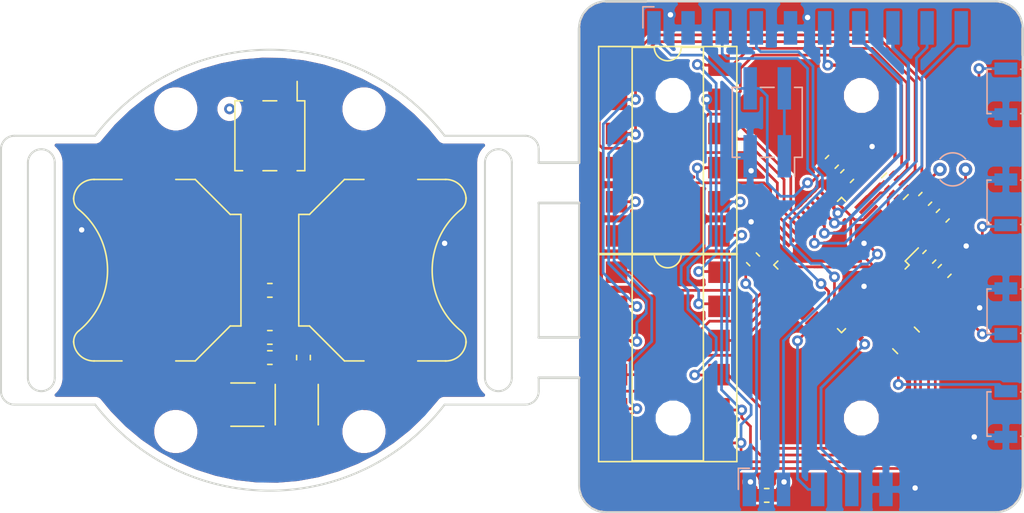
<source format=kicad_pcb>
(kicad_pcb (version 20171130) (host pcbnew "(5.0.0)")
  (layers (0 F.Cu signal hide) (31 B.Cu signal hide) (34 B.Paste user hide) (35 F.Paste user hide) (36 B.SilkS user hide) (37 F.SilkS user) (38 B.Mask user hide) (39 F.Mask user hide) (44 Edge.Cuts user))
  (net 0 "")
  (net 1 GND)
  (net 2 +BATT)
  (net 3 +3V3)
  (net 4 /RTC_XTAL_IN)
  (net 5 /RTC_XTAL_OUT)
  (net 6 /SWDCLK)
  (net 7 /SWDIO)
  (net 8 "Net-(L1-Pad2)")
  (net 9 "Net-(R1-Pad2)")
  (net 10 /SEGA)
  (net 11 /SEGB)
  (net 12 /SEGD)
  (net 13 /SEGC)
  (net 14 /IOSEGA)
  (net 15 /IOSEGC)
  (net 16 /IOSEGB)
  (net 17 /IOSEGD)
  (net 18 /IOSEGDP)
  (net 19 /IOSEGF)
  (net 20 /IOSEGG)
  (net 21 /IOSEGE)
  (net 22 /SEGG)
  (net 23 /SEGDP)
  (net 24 /SEGF)
  (net 25 /SEGE)
  (net 26 /BUTTON1)
  (net 27 /BUTTON2)
  (net 28 /BUTTON3)
  (net 29 /BUTTON4)
  (net 30 /DIS1)
  (net 31 /DIS3)
  (net 32 /DIS2)
  (net 33 /DIS4)
  (net 34 /DIS8)
  (net 35 /DIS6)
  (net 36 /DIS7)
  (net 37 /DIS5)
  (net 38 "Net-(U3-Pad16)")
  (net 39 "Net-(U3-Pad17)")
  (net 40 "Net-(U3-Pad29)")
  (net 41 "Net-(U3-Pad30)")
  (net 42 "Net-(U3-Pad31)")
  (net 43 "Net-(U3-Pad32)")
  (net 44 "Net-(U3-Pad33)")
  (net 45 /I2C1_SCL)
  (net 46 /I2C1_SDA)
  (net 47 "Net-(U3-Pad38)")
  (net 48 /BOOT0)
  (net 49 /RESET)
  (net 50 "Net-(U3-Pad22)")
  (module Button_Switch_SMD:SW_SPST_B3U-3000P (layer B.Cu) (at 158.75 82.05 270)
    (fp_text reference SW3 hide)
    (fp_text value SW_Push)
    (pad 2 smd rect (at 1.7 0 270) (size 0.9 1.7) (layers B.Cu B.Paste B.Mask) (net 28 /BUTTON3))
    (pad 1 smd rect (at -1.7 0 270) (size 0.9 1.7) (layers B.Cu B.Paste B.Mask) (net 1 GND))
  )
  (module Button_Switch_SMD:SW_SPST_B3U-3000P (layer B.Cu) (at 158.75 73.95 270)
    (fp_text reference SW2 hide)
    (fp_text value SW_Push)
    (pad 2 smd rect (at 1.7 0 270) (size 0.9 1.7) (layers B.Cu B.Paste B.Mask) (net 27 /BUTTON2))
    (pad 1 smd rect (at -1.7 0 270) (size 0.9 1.7) (layers B.Cu B.Paste B.Mask) (net 1 GND))
  )
  (module Buttons_Switches_SMD:SW_SPST_B3U-3000P (layer B.Cu) (at 158.75 65.7 90)
    (fp_text reference SW1 hide)
    (fp_text value SW_Push)
    (pad 1 smd rect (at -1.7 0 90) (size 0.9 1.7) (layers B.Cu B.Paste B.Mask) (net 1 GND))
    (pad 2 smd rect (at 1.7 0 90) (size 0.9 1.7) (layers B.Cu B.Paste B.Mask) (net 26 /BUTTON1))
  )
  (module Connector_Harwin:Harwin_M20-89010xx_1x10_P2.54mm_Horizontal (layer B.Cu) (at 144 66.5 270)
    (fp_text reference J3 hide)
    (fp_text value Conn_01x05)
    (pad 10 smd rect (at -5.525 -11.43 270) (size 2.5 1) (layers B.Cu B.Paste B.Mask) (net 39 "Net-(U3-Pad17)"))
    (pad 9 smd rect (at -5.525 -8.89 270) (size 2.5 1) (layers B.Cu B.Paste B.Mask) (net 38 "Net-(U3-Pad16)"))
    (pad 8 smd rect (at -5.525 -6.35 270) (size 2.5 1) (layers B.Cu B.Paste B.Mask))
    (pad 7 smd rect (at -5.525 -3.81 270) (size 2.5 1) (layers B.Cu B.Paste B.Mask))
    (pad 6 smd rect (at -5.525 -1.27 270) (size 2.5 1) (layers B.Cu B.Paste B.Mask))
    (pad 5 smd rect (at -5.525 1.27 270) (size 2.5 1) (layers B.Cu B.Paste B.Mask) (net 1 GND))
    (pad 4 smd rect (at -5.525 3.81 270) (size 2.5 1) (layers B.Cu B.Paste B.Mask) (net 46 /I2C1_SDA))
    (pad 3 smd rect (at -5.525 6.35 270) (size 2.5 1) (layers B.Cu B.Paste B.Mask) (net 45 /I2C1_SCL))
    (pad 2 smd rect (at -5.525 8.89 270) (size 2.5 1) (layers B.Cu B.Paste B.Mask) (net 1 GND))
    (pad 1 smd rect (at -5.525 11.43 270) (size 2.5 1) (layers B.Cu B.Paste B.Mask) (net 3 +3V3))
  )
  (module Button_Switch_SMD:SW_SPST_B3U-3000P (layer B.Cu) (at 158.75 89.7 90)
    (fp_text reference SW4 hide)
    (fp_text value SW_Push)
    (pad 2 smd rect (at 1.7 0 90) (size 0.9 1.7) (layers B.Cu B.Paste B.Mask) (net 29 /BUTTON4))
    (pad 1 smd rect (at -1.7 0 90) (size 0.9 1.7) (layers B.Cu B.Paste B.Mask) (net 1 GND))
  )
  (module MountingHole:MountingHole_2.2mm_M2 (layer F.Cu) (at 148 90)
    (fp_text reference REF** hide)
    (fp_text value MountingHole_2.2mm_M2)
    (pad "" np_thru_hole circle (at 0 0) (size 2.2 2.2) (drill 2.2) (layers *.Cu *.Mask))
  )
  (module Package_QFP:LQFP-48_7x7mm_P0.5mm (layer F.Cu) (at 146.524416 78.613755 225)
    (fp_text reference U3 hide)
    (fp_text value STM32F030C8Tx)
    (pad 1 smd rect (at -4.35 -2.75 225) (size 1.3 0.25) (layers F.Cu F.Paste F.Mask) (net 3 +3V3))
    (pad e smd rect (at -4.35 -2.25 225) (size 1.3 0.25) (layers F.Cu F.Paste F.Mask) (net 26 /BUTTON1))
    (pad 3 smd rect (at -4.35 -1.749999 225) (size 1.3 0.25) (layers F.Cu F.Paste F.Mask) (net 4 /RTC_XTAL_IN))
    (pad 4 smd rect (at -4.35 -1.25 225) (size 1.3 0.25) (layers F.Cu F.Paste F.Mask) (net 5 /RTC_XTAL_OUT))
    (pad 5 smd rect (at -4.35 -0.750001 225) (size 1.3 0.25) (layers F.Cu F.Paste F.Mask) (net 14 /IOSEGA))
    (pad 6 smd rect (at -4.35 -0.25 225) (size 1.3 0.25) (layers F.Cu F.Paste F.Mask) (net 16 /IOSEGB))
    (pad 7 smd rect (at -4.35 0.25 225) (size 1.3 0.25) (layers F.Cu F.Paste F.Mask) (net 49 /RESET))
    (pad 8 smd rect (at -4.35 0.750001 225) (size 1.3 0.25) (layers F.Cu F.Paste F.Mask) (net 1 GND))
    (pad 9 smd rect (at -4.35 1.25 225) (size 1.3 0.25) (layers F.Cu F.Paste F.Mask) (net 3 +3V3))
    (pad 10 smd rect (at -4.35 1.749999 225) (size 1.3 0.25) (layers F.Cu F.Paste F.Mask) (net 15 /IOSEGC))
    (pad 11 smd rect (at -4.35 2.25 225) (size 1.3 0.25) (layers F.Cu F.Paste F.Mask) (net 17 /IOSEGD))
    (pad 12 smd rect (at -4.35 2.75 225) (size 1.3 0.25) (layers F.Cu F.Paste F.Mask))
    (pad 13 smd rect (at -2.75 4.35 315) (size 1.3 0.25) (layers F.Cu F.Paste F.Mask))
    (pad 14 smd rect (at -2.25 4.35 315) (size 1.3 0.25) (layers F.Cu F.Paste F.Mask))
    (pad 15 smd rect (at -1.749999 4.35 315) (size 1.3 0.25) (layers F.Cu F.Paste F.Mask))
    (pad 16 smd rect (at -1.25 4.35 315) (size 1.3 0.25) (layers F.Cu F.Paste F.Mask) (net 38 "Net-(U3-Pad16)"))
    (pad 17 smd rect (at -0.750001 4.35 315) (size 1.3 0.25) (layers F.Cu F.Paste F.Mask) (net 39 "Net-(U3-Pad17)"))
    (pad 18 smd rect (at -0.25 4.35 315) (size 1.3 0.25) (layers F.Cu F.Paste F.Mask) (net 30 /DIS1))
    (pad 19 smd rect (at 0.25 4.35 315) (size 1.3 0.25) (layers F.Cu F.Paste F.Mask) (net 32 /DIS2))
    (pad 20 smd rect (at 0.750001 4.35 315) (size 1.3 0.25) (layers F.Cu F.Paste F.Mask) (net 31 /DIS3))
    (pad 21 smd rect (at 1.25 4.35 315) (size 1.3 0.25) (layers F.Cu F.Paste F.Mask) (net 33 /DIS4))
    (pad 22 smd rect (at 1.749999 4.35 315) (size 1.3 0.25) (layers F.Cu F.Paste F.Mask) (net 50 "Net-(U3-Pad22)"))
    (pad 23 smd rect (at 2.25 4.35 315) (size 1.3 0.25) (layers F.Cu F.Paste F.Mask) (net 1 GND))
    (pad 24 smd rect (at 2.75 4.35 315) (size 1.3 0.25) (layers F.Cu F.Paste F.Mask) (net 3 +3V3))
    (pad 25 smd rect (at 4.35 2.75 225) (size 1.3 0.25) (layers F.Cu F.Paste F.Mask) (net 37 /DIS5))
    (pad 26 smd rect (at 4.35 2.25 225) (size 1.3 0.25) (layers F.Cu F.Paste F.Mask) (net 36 /DIS7))
    (pad 27 smd rect (at 4.35 1.749999 225) (size 1.3 0.25) (layers F.Cu F.Paste F.Mask) (net 35 /DIS6))
    (pad 28 smd rect (at 4.35 1.25 225) (size 1.3 0.25) (layers F.Cu F.Paste F.Mask) (net 34 /DIS8))
    (pad 29 smd rect (at 4.35 0.750001 225) (size 1.3 0.25) (layers F.Cu F.Paste F.Mask) (net 40 "Net-(U3-Pad29)"))
    (pad 30 smd rect (at 4.35 0.25 225) (size 1.3 0.25) (layers F.Cu F.Paste F.Mask) (net 41 "Net-(U3-Pad30)"))
    (pad 31 smd rect (at 4.35 -0.25 225) (size 1.3 0.25) (layers F.Cu F.Paste F.Mask) (net 42 "Net-(U3-Pad31)"))
    (pad 32 smd rect (at 4.35 -0.750001 225) (size 1.3 0.25) (layers F.Cu F.Paste F.Mask) (net 43 "Net-(U3-Pad32)"))
    (pad 33 smd rect (at 4.35 -1.25 225) (size 1.3 0.25) (layers F.Cu F.Paste F.Mask) (net 44 "Net-(U3-Pad33)"))
    (pad 34 smd rect (at 4.35 -1.749999 225) (size 1.3 0.25) (layers F.Cu F.Paste F.Mask) (net 7 /SWDIO))
    (pad 35 smd rect (at 4.35 -2.25 225) (size 1.3 0.25) (layers F.Cu F.Paste F.Mask) (net 45 /I2C1_SCL))
    (pad 36 smd rect (at 4.35 -2.75 225) (size 1.3 0.25) (layers F.Cu F.Paste F.Mask) (net 46 /I2C1_SDA))
    (pad 37 smd rect (at 2.75 -4.35 315) (size 1.3 0.25) (layers F.Cu F.Paste F.Mask) (net 6 /SWDCLK))
    (pad 38 smd rect (at 2.25 -4.35 315) (size 1.3 0.25) (layers F.Cu F.Paste F.Mask) (net 47 "Net-(U3-Pad38)"))
    (pad 39 smd rect (at 1.749999 -4.35 315) (size 1.3 0.25) (layers F.Cu F.Paste F.Mask) (net 29 /BUTTON4))
    (pad 40 smd rect (at 1.25 -4.35 315) (size 1.3 0.25) (layers F.Cu F.Paste F.Mask) (net 21 /IOSEGE))
    (pad 41 smd rect (at 0.750001 -4.35 315) (size 1.3 0.25) (layers F.Cu F.Paste F.Mask) (net 19 /IOSEGF))
    (pad 42 smd rect (at 0.25 -4.35 315) (size 1.3 0.25) (layers F.Cu F.Paste F.Mask) (net 20 /IOSEGG))
    (pad 43 smd rect (at -0.25 -4.35 315) (size 1.3 0.25) (layers F.Cu F.Paste F.Mask) (net 18 /IOSEGDP))
    (pad 44 smd rect (at -0.750001 -4.35 315) (size 1.3 0.25) (layers F.Cu F.Paste F.Mask) (net 48 /BOOT0))
    (pad 45 smd rect (at -1.25 -4.35 315) (size 1.3 0.25) (layers F.Cu F.Paste F.Mask) (net 28 /BUTTON3))
    (pad 46 smd rect (at -1.749999 -4.35 315) (size 1.3 0.25) (layers F.Cu F.Paste F.Mask) (net 27 /BUTTON2))
    (pad 47 smd rect (at -2.25 -4.35 315) (size 1.3 0.25) (layers F.Cu F.Paste F.Mask) (net 1 GND))
    (pad 48 smd rect (at -2.75 -4.35 315) (size 1.3 0.25) (layers F.Cu F.Paste F.Mask) (net 3 +3V3))
  )
  (module Package_DIP:DIP-12_W7.62mm_SMDSocket_SmallPads (layer F.Cu) (at 133.6 85.5)
    (fp_text reference U2 hide)
    (fp_text value RedRetroBubbleDisplay)
    (pad 1 smd rect (at -3.81 -6.35) (size 1.6 1.6) (layers F.Cu F.Paste F.Mask) (net 37 /DIS5))
    (pad 7 smd rect (at 3.81 6.35) (size 1.6 1.6) (layers F.Cu F.Paste F.Mask) (net 22 /SEGG))
    (pad 2 smd rect (at -3.81 -3.81) (size 1.6 1.6) (layers F.Cu F.Paste F.Mask) (net 25 /SEGE))
    (pad 8 smd rect (at 3.81 3.81) (size 1.6 1.6) (layers F.Cu F.Paste F.Mask) (net 12 /SEGD))
    (pad 3 smd rect (at -3.81 -1.27) (size 1.6 1.6) (layers F.Cu F.Paste F.Mask) (net 13 /SEGC))
    (pad 9 smd rect (at 3.81 1.27) (size 1.6 1.6) (layers F.Cu F.Paste F.Mask) (net 24 /SEGF))
    (pad 4 smd rect (at -3.81 1.27) (size 1.6 1.6) (layers F.Cu F.Paste F.Mask) (net 36 /DIS7))
    (pad 10 smd rect (at 3.81 -1.27) (size 1.6 1.6) (layers F.Cu F.Paste F.Mask) (net 35 /DIS6))
    (pad 5 smd rect (at -3.81 3.81) (size 1.6 1.6) (layers F.Cu F.Paste F.Mask) (net 23 /SEGDP))
    (pad 11 smd rect (at 3.81 -3.81) (size 1.6 1.6) (layers F.Cu F.Paste F.Mask) (net 11 /SEGB))
    (pad 6 smd rect (at -3.81 6.35) (size 1.6 1.6) (layers F.Cu F.Paste F.Mask) (net 34 /DIS8))
    (pad 12 smd rect (at 3.81 -6.35) (size 1.6 1.6) (layers F.Cu F.Paste F.Mask) (net 10 /SEGA))
  )
  (module Resistor_SMD:R_Array_Concave_4x0402 (layer F.Cu) (at 151.323223 84.21967 315)
    (fp_text reference RN2 hide)
    (fp_text value 220R)
    (pad 5 smd rect (at 0.499999 0.75 315) (size 0.5 0.32) (layers F.Cu F.Paste F.Mask) (net 24 /SEGF))
    (pad 6 smd rect (at 0.5 0.25 315) (size 0.5 0.32) (layers F.Cu F.Paste F.Mask) (net 12 /SEGD))
    (pad 8 smd rect (at 0.499999 -0.75 315) (size 0.5 0.32) (layers F.Cu F.Paste F.Mask) (net 23 /SEGDP))
    (pad 7 smd rect (at 0.5 -0.25 315) (size 0.5 0.32) (layers F.Cu F.Paste F.Mask) (net 22 /SEGG))
    (pad 4 smd rect (at -0.499999 0.75 315) (size 0.5 0.32) (layers F.Cu F.Paste F.Mask) (net 21 /IOSEGE))
    (pad 2 smd rect (at -0.5 -0.25 315) (size 0.5 0.32) (layers F.Cu F.Paste F.Mask) (net 20 /IOSEGG))
    (pad 3 smd rect (at -0.5 0.25 315) (size 0.5 0.32) (layers F.Cu F.Paste F.Mask) (net 19 /IOSEGF))
    (pad 1 smd rect (at -0.499999 -0.75 315) (size 0.5 0.32) (layers F.Cu F.Paste F.Mask) (net 18 /IOSEGDP))
  )
  (module Crystal:Crystal_C26-LF_D2.1mm_L6.5mm_Vertical (layer B.Cu) (at 155.75 71.5 180)
    (fp_text reference Y1 hide)
    (fp_text value Crystal)
    (pad 2 thru_hole circle (at 1.9 0 180) (size 1 1) (drill 0.5) (layers *.Cu *.Mask) (net 5 /RTC_XTAL_OUT))
    (pad 1 thru_hole circle (at 0 0 180) (size 1 1) (drill 0.5) (layers *.Cu *.Mask) (net 4 /RTC_XTAL_IN))
  )
  (module Connector_PinHeader_2.54mm:PinHeader_2x02_P2.54mm_Vertical_SMD (layer B.Cu) (at 141 68 90)
    (fp_text reference J2 hide)
    (fp_text value Conn_02x02_Counter_Clockwise)
    (pad 1 smd rect (at -2.525 1.27 90) (size 3.15 1) (layers B.Cu B.Paste B.Mask) (net 2 +BATT))
    (pad 2 smd rect (at 2.525 1.27 90) (size 3.15 1) (layers B.Cu B.Paste B.Mask) (net 2 +BATT))
    (pad 3 smd rect (at -2.525 -1.27 90) (size 3.15 1) (layers B.Cu B.Paste B.Mask) (net 1 GND))
    (pad 4 smd rect (at 2.525 -1.27 90) (size 3.15 1) (layers B.Cu B.Paste B.Mask) (net 3 +3V3))
  )
  (module Week4BUBBLEWATCH:DIP-12_W7.62mm_SMDSocket_SmallPads (layer F.Cu) (at 133.6 70.1)
    (fp_text reference U1 hide)
    (fp_text value RedRetroBubbleDisplay)
    (pad 12 smd rect (at 3.81 -6.35) (size 1.6 1.6) (layers F.Cu F.Paste F.Mask) (net 10 /SEGA))
    (pad 6 smd rect (at -3.81 6.35) (size 1.6 1.6) (layers F.Cu F.Paste F.Mask) (net 33 /DIS4))
    (pad 11 smd rect (at 3.81 -3.81) (size 1.6 1.6) (layers F.Cu F.Paste F.Mask) (net 11 /SEGB))
    (pad 5 smd rect (at -3.81 3.81) (size 1.6 1.6) (layers F.Cu F.Paste F.Mask) (net 23 /SEGDP))
    (pad 10 smd rect (at 3.81 -1.27) (size 1.6 1.6) (layers F.Cu F.Paste F.Mask) (net 32 /DIS2))
    (pad 4 smd rect (at -3.81 1.27) (size 1.6 1.6) (layers F.Cu F.Paste F.Mask) (net 31 /DIS3))
    (pad 9 smd rect (at 3.81 1.27) (size 1.6 1.6) (layers F.Cu F.Paste F.Mask) (net 24 /SEGF))
    (pad 3 smd rect (at -3.81 -1.27) (size 1.6 1.6) (layers F.Cu F.Paste F.Mask) (net 13 /SEGC))
    (pad 8 smd rect (at 3.81 3.81) (size 1.6 1.6) (layers F.Cu F.Paste F.Mask) (net 12 /SEGD))
    (pad 2 smd rect (at -3.81 -3.81) (size 1.6 1.6) (layers F.Cu F.Paste F.Mask) (net 25 /SEGE))
    (pad 7 smd rect (at 3.81 6.35) (size 1.6 1.6) (layers F.Cu F.Paste F.Mask) (net 22 /SEGG))
    (pad 1 smd rect (at -3.81 -6.35) (size 1.6 1.6) (layers F.Cu F.Paste F.Mask) (net 30 /DIS1))
  )
  (module MountingHole:MountingHole_2.2mm_M2 (layer F.Cu) (at 134 90)
    (fp_text reference REF** hide)
    (fp_text value MountingHole_2.2mm_M2)
    (pad "" np_thru_hole circle (at 0 0) (size 2.2 2.2) (drill 2.2) (layers *.Cu *.Mask))
  )
  (module Connector_Harwin:Harwin_M20-89005xx_1x05_P2.54mm_Horizontal (layer B.Cu) (at 144.75 95.75 270)
    (fp_text reference J3 hide)
    (fp_text value Conn_01x05)
    (pad 1 smd rect (at -0.445 5.08 270) (size 2.5 1) (layers B.Cu B.Paste B.Mask) (net 3 +3V3))
    (pad 2 smd rect (at -0.445 2.54 270) (size 2.5 1) (layers B.Cu B.Paste B.Mask) (net 49 /RESET))
    (pad 3 smd rect (at -0.445 0 270) (size 2.5 1) (layers B.Cu B.Paste B.Mask) (net 7 /SWDIO))
    (pad 4 smd rect (at -0.445 -2.54 270) (size 2.5 1) (layers B.Cu B.Paste B.Mask) (net 6 /SWDCLK))
    (pad 5 smd rect (at -0.445 -5.08 270) (size 2.5 1) (layers B.Cu B.Paste B.Mask) (net 1 GND))
  )
  (module MountingHole:MountingHole_2.2mm_M2 (layer F.Cu) (at 148 66)
    (fp_text reference REF** hide)
    (fp_text value MountingHole_2.2mm_M2)
    (pad "" np_thru_hole circle (at 0 0) (size 2.2 2.2) (drill 2.2) (layers *.Cu *.Mask))
  )
  (module MountingHole:MountingHole_2.2mm_M2 (layer F.Cu) (at 134 66)
    (fp_text reference REF** hide)
    (fp_text value MountingHole_2.2mm_M2)
    (pad 1 np_thru_hole circle (at 0 0) (size 2.2 2.2) (drill 2.2) (layers *.Cu *.Mask))
  )
  (module MountingHole:MountingHole_2.2mm_M2 (layer F.Cu) (at 97 67)
    (fp_text reference REF** hide)
    (fp_text value MountingHole_2.2mm_M2)
    (pad 1 np_thru_hole circle (at 0 0) (size 2.2 2.2) (drill 2.2) (layers *.Cu *.Mask))
  )
  (module MountingHole:MountingHole_2.2mm_M2 (layer F.Cu) (at 111 67)
    (fp_text reference REF** hide)
    (fp_text value MountingHole_2.2mm_M2)
    (pad 1 np_thru_hole circle (at 0 0) (size 2.2 2.2) (drill 2.2) (layers *.Cu *.Mask))
  )
  (module MountingHole:MountingHole_2.2mm_M2 (layer F.Cu) (at 111 91)
    (fp_text reference REF** hide)
    (fp_text value MountingHole_2.2mm_M2)
    (pad "" np_thru_hole circle (at 0 0) (size 2.2 2.2) (drill 2.2) (layers *.Cu *.Mask))
  )
  (module MountingHole:MountingHole_2.2mm_M2 (layer F.Cu) (at 97 91)
    (fp_text reference REF** hide)
    (fp_text value MountingHole_2.2mm_M2)
    (pad 1 np_thru_hole circle (at 0 0) (size 2.2 2.2) (drill 2.2) (layers *.Cu *.Mask))
  )
  (module Battery:BatteryHolder_Keystone_3000_1x12mm (layer F.Cu) (at 113 79 90)
    (fp_text reference BT1 hide)
    (fp_text value Battery_Cell)
    (pad 1 smd rect (at -7.9 0 90) (size 3.5 3.3) (layers F.Cu F.Paste F.Mask) (net 2 +BATT))
    (pad 1 smd rect (at 7.9 0 90) (size 3.5 3.3) (layers F.Cu F.Paste F.Mask) (net 2 +BATT))
    (pad 2 smd rect (at 0 0 90) (size 4 4) (layers F.Cu F.Mask) (net 1 GND))
  )
  (module Battery:BatteryHolder_Keystone_3000_1x12mm (layer F.Cu) (at 95 79 270)
    (fp_text reference BT2 hide)
    (fp_text value Battery_Cell)
    (pad 2 smd rect (at 0 0 270) (size 4 4) (layers F.Cu F.Mask) (net 1 GND))
    (pad 1 smd rect (at 7.9 0 270) (size 3.5 3.3) (layers F.Cu F.Paste F.Mask) (net 2 +BATT))
    (pad 1 smd rect (at -7.9 0 270) (size 3.5 3.3) (layers F.Cu F.Paste F.Mask) (net 2 +BATT))
  )
  (module Capacitor_SMD:C_0603_1608Metric (layer F.Cu) (at 145.806847 70.943153 45)
    (fp_text reference C1 hide)
    (fp_text value 4.7uF)
    (pad 1 smd roundrect (at -0.787501 0 45) (size 0.875 0.95) (layers F.Cu F.Paste F.Mask) (net 3 +3V3))
    (pad 2 smd roundrect (at 0.787501 0 45) (size 0.875 0.95) (layers F.Cu F.Paste F.Mask) (net 1 GND))
  )
  (module Capacitor_SMD:C_0603_1608Metric (layer F.Cu) (at 154.193153 79.056847 45)
    (fp_text reference C2 hide)
    (fp_text value 100nF)
    (pad 1 smd roundrect (at -0.787501 0 45) (size 0.875 0.95) (layers F.Cu F.Paste F.Mask) (net 3 +3V3))
    (pad 2 smd roundrect (at 0.787501 0 45) (size 0.875 0.95) (layers F.Cu F.Paste F.Mask) (net 1 GND))
  )
  (module Capacitor_SMD:C_0603_1608Metric (layer F.Cu) (at 139.943153 78.193153 135)
    (fp_text reference C3 hide)
    (fp_text value 100nF)
    (pad 2 smd roundrect (at 0.787501 0 135) (size 0.875 0.95) (layers F.Cu F.Paste F.Mask) (net 1 GND))
    (pad 1 smd roundrect (at -0.787501 0 135) (size 0.875 0.95) (layers F.Cu F.Paste F.Mask) (net 3 +3V3))
  )
  (module Capacitor_SMD:C_0603_1608Metric (layer F.Cu) (at 146.943153 72 45)
    (fp_text reference C4 hide)
    (fp_text value 10nF)
    (pad 1 smd roundrect (at -0.787501 0 45) (size 0.875 0.95) (layers F.Cu F.Paste F.Mask) (net 3 +3V3))
    (pad 2 smd roundrect (at 0.787501 0 45) (size 0.875 0.95) (layers F.Cu F.Paste F.Mask) (net 1 GND))
  )
  (module Capacitor_SMD:C_0603_1608Metric (layer F.Cu) (at 153.056847 78 45)
    (fp_text reference C5 hide)
    (fp_text value 1uF)
    (pad 2 smd roundrect (at 0.787501 0 45) (size 0.875 0.95) (layers F.Cu F.Paste F.Mask) (net 1 GND))
    (pad 1 smd roundrect (at -0.787501 0 45) (size 0.875 0.95) (layers F.Cu F.Paste F.Mask) (net 3 +3V3))
  )
  (module Capacitor_SMD:C_0603_1608Metric (layer F.Cu) (at 154.056847 74.943153 45)
    (fp_text reference C6 hide)
    (fp_text value 12pF)
    (pad 1 smd roundrect (at -0.787501 0 45) (size 0.875 0.95) (layers F.Cu F.Paste F.Mask) (net 4 /RTC_XTAL_IN))
    (pad 2 smd roundrect (at 0.787501 0 45) (size 0.875 0.95) (layers F.Cu F.Paste F.Mask) (net 1 GND))
  )
  (module Capacitor_SMD:C_0603_1608Metric (layer F.Cu) (at 106.5 85.5 90)
    (fp_text reference C7 hide)
    (fp_text value 4.7uF)
    (pad 1 smd roundrect (at -0.7875 0 90) (size 0.875 0.95) (layers F.Cu F.Paste F.Mask) (net 2 +BATT))
    (pad 2 smd roundrect (at 0.7875 0 90) (size 0.875 0.95) (layers F.Cu F.Paste F.Mask) (net 1 GND))
  )
  (module Capacitor_SMD:C_0603_1608Metric (layer F.Cu) (at 152.75 73.693153 45)
    (fp_text reference C8 hide)
    (fp_text value 12pF)
    (pad 2 smd roundrect (at 0.787501 0 45) (size 0.875 0.95) (layers F.Cu F.Paste F.Mask) (net 1 GND))
    (pad 1 smd roundrect (at -0.787501 0 45) (size 0.875 0.95) (layers F.Cu F.Paste F.Mask) (net 5 /RTC_XTAL_OUT))
  )
  (module Capacitor_SMD:C_0603_1608Metric (layer F.Cu) (at 104 80.5)
    (fp_text reference C9 hide)
    (fp_text value 10uF)
    (pad 2 smd roundrect (at 0.7875 0) (size 0.875 0.95) (layers F.Cu F.Paste F.Mask) (net 1 GND))
    (pad 1 smd roundrect (at -0.7875 0) (size 0.875 0.95) (layers F.Cu F.Paste F.Mask) (net 3 +3V3))
  )
  (module Inductor_SMD:L_Taiyo-Yuden_NR-30xx (layer F.Cu) (at 106 89 270)
    (fp_text reference L1 hide)
    (fp_text value 4.7uH)
    (pad 1 smd rect (at -1.1 0 270) (size 0.8 2.9) (layers F.Cu F.Paste F.Mask) (net 2 +BATT))
    (pad 2 smd rect (at 1.1 0 270) (size 0.8 2.9) (layers F.Cu F.Paste F.Mask) (net 8 "Net-(L1-Pad2)"))
  )
  (module Resistor_SMD:R_0603_1608Metric (layer F.Cu) (at 104 84)
    (fp_text reference R1 hide)
    (fp_text value 330K)
    (pad 1 smd roundrect (at -0.7875 0) (size 0.875 0.95) (layers F.Cu F.Paste F.Mask) (net 3 +3V3))
    (pad 2 smd roundrect (at 0.7875 0) (size 0.875 0.95) (layers F.Cu F.Paste F.Mask) (net 9 "Net-(R1-Pad2)"))
  )
  (module Resistor_SMD:R_0603_1608Metric (layer F.Cu) (at 104 85.5 180)
    (fp_text reference R2 hide)
    (fp_text value 200k)
    (pad 2 smd roundrect (at 0.7875 0 180) (size 0.875 0.95) (layers F.Cu F.Paste F.Mask) (net 1 GND))
    (pad 1 smd roundrect (at -0.7875 0 180) (size 0.875 0.95) (layers F.Cu F.Paste F.Mask) (net 9 "Net-(R1-Pad2)"))
  )
  (module Resistor_SMD:R_0603_1608Metric (layer F.Cu) (at 140.962499 95.75)
    (fp_text reference R3 hide)
    (fp_text value 10k)
    (pad 1 smd roundrect (at -0.787501 0) (size 0.875 0.95) (layers F.Cu F.Paste F.Mask) (net 3 +3V3))
    (pad 2 smd roundrect (at 0.787501 0) (size 0.875 0.95) (layers F.Cu F.Paste F.Mask) (net 49 /RESET))
  )
  (module Resistor_SMD:R_Array_Concave_4x0402 (layer F.Cu) (at 150.5 72.75 45)
    (fp_text reference RN1 hide)
    (fp_text value 220R)
    (pad 1 smd rect (at -0.499999 -0.75 45) (size 0.5 0.32) (layers F.Cu F.Paste F.Mask) (net 17 /IOSEGD))
    (pad 3 smd rect (at -0.5 0.25 45) (size 0.5 0.32) (layers F.Cu F.Paste F.Mask) (net 16 /IOSEGB))
    (pad 2 smd rect (at -0.5 -0.25 45) (size 0.5 0.32) (layers F.Cu F.Paste F.Mask) (net 15 /IOSEGC))
    (pad 4 smd rect (at -0.499999 0.75 45) (size 0.5 0.32) (layers F.Cu F.Paste F.Mask) (net 14 /IOSEGA))
    (pad 7 smd rect (at 0.5 -0.25 45) (size 0.5 0.32) (layers F.Cu F.Paste F.Mask) (net 10 /SEGA))
    (pad 8 smd rect (at 0.499999 -0.75 45) (size 0.5 0.32) (layers F.Cu F.Paste F.Mask) (net 11 /SEGB))
    (pad 6 smd rect (at 0.5 0.25 45) (size 0.5 0.32) (layers F.Cu F.Paste F.Mask) (net 13 /SEGC))
    (pad 5 smd rect (at 0.499999 0.75 45) (size 0.5 0.32) (layers F.Cu F.Paste F.Mask) (net 25 /SEGE))
  )
  (module Package_TO_SOT_SMD:SOT-23-6 (layer F.Cu) (at 102 89 180)
    (fp_text reference U4 hide)
    (fp_text value MCP1640BCH)
    (pad 1 smd rect (at -1.1 -0.95 180) (size 1.06 0.65) (layers F.Cu F.Paste F.Mask) (net 8 "Net-(L1-Pad2)"))
    (pad 2 smd rect (at -1.1 0 180) (size 1.06 0.65) (layers F.Cu F.Paste F.Mask) (net 1 GND))
    (pad 3 smd rect (at -1.1 0.95 180) (size 1.06 0.65) (layers F.Cu F.Paste F.Mask) (net 2 +BATT))
    (pad 4 smd rect (at 1.1 0.95 180) (size 1.06 0.65) (layers F.Cu F.Paste F.Mask) (net 9 "Net-(R1-Pad2)"))
    (pad 6 smd rect (at 1.1 -0.95 180) (size 1.06 0.65) (layers F.Cu F.Paste F.Mask) (net 2 +BATT))
    (pad 5 smd rect (at 1.1 0 180) (size 1.06 0.65) (layers F.Cu F.Paste F.Mask) (net 3 +3V3))
  )
  (module Connector_PinHeader_2.54mm:PinHeader_2x02_P2.54mm_Vertical_SMD (layer F.Cu) (at 104 69 270)
    (fp_text reference J1 hide)
    (fp_text value Conn_02x02_Counter_Clockwise)
    (pad 4 smd rect (at 2.525 1.27 270) (size 3.15 1) (layers F.Cu F.Paste F.Mask) (net 3 +3V3))
    (pad 3 smd rect (at -2.525 1.27 270) (size 3.15 1) (layers F.Cu F.Paste F.Mask) (net 1 GND))
    (pad 2 smd rect (at 2.525 -1.27 270) (size 3.15 1) (layers F.Cu F.Paste F.Mask) (net 2 +BATT))
    (pad 1 smd rect (at -2.525 -1.27 270) (size 3.15 1) (layers F.Cu F.Paste F.Mask) (net 2 +BATT))
  )
  (gr_line (start 127 95) (end 127 87) (layer Edge.Cuts) (width 0.15))
  (gr_line (start 124 74) (end 124 84) (layer Edge.Cuts) (width 0.15))
  (gr_line (start 127 87) (end 124 87) (layer Edge.Cuts) (width 0.2))
  (gr_line (start 124 84) (end 127 84) (layer Edge.Cuts) (width 0.2))
  (gr_line (start 124 74) (end 127 74) (layer Edge.Cuts) (width 0.2))
  (gr_line (start 124 71) (end 127 71) (layer Edge.Cuts) (width 0.2))
  (gr_line (start 160 61) (end 160 63) (layer Edge.Cuts) (width 0.2))
  (gr_line (start 127 61) (end 127 71) (layer Edge.Cuts) (width 0.2))
  (gr_line (start 129 59) (end 132 59) (layer Edge.Cuts) (width 0.2))
  (gr_arc (start 158 61) (end 160 61) (angle -90) (layer Edge.Cuts) (width 0.15))
  (gr_arc (start 158 95) (end 158 97) (angle -90) (layer Edge.Cuts) (width 0.15))
  (gr_arc (start 129 95) (end 127 95) (angle -90) (layer Edge.Cuts) (width 0.15))
  (gr_arc (start 129 61) (end 129 59) (angle -90) (layer Edge.Cuts) (width 0.15))
  (gr_line (start 158 59) (end 132 59) (layer Edge.Cuts) (width 0.15))
  (gr_line (start 129 97) (end 158 97) (layer Edge.Cuts) (width 0.15))
  (gr_line (start 127 74) (end 127 84) (layer Edge.Cuts) (width 0.15))
  (gr_line (start 160 63) (end 160 95) (layer Edge.Cuts) (width 0.15))
  (gr_arc (start 123 88) (end 123 89) (angle -90) (layer Edge.Cuts) (width 0.15))
  (gr_line (start 124 88) (end 124 87) (layer Edge.Cuts) (width 0.15))
  (gr_line (start 117 89) (end 123 89) (layer Edge.Cuts) (width 0.15))
  (gr_arc (start 123 70) (end 124 70) (angle -90) (layer Edge.Cuts) (width 0.15))
  (gr_line (start 124 70) (end 124 71) (layer Edge.Cuts) (width 0.15))
  (gr_line (start 117 69) (end 123 69) (layer Edge.Cuts) (width 0.15))
  (gr_line (start 91 69) (end 85 69) (layer Edge.Cuts) (width 0.15))
  (gr_arc (start 85 70) (end 85 69) (angle -90) (layer Edge.Cuts) (width 0.15))
  (gr_line (start 84 88) (end 84 70) (layer Edge.Cuts) (width 0.15))
  (gr_line (start 91 89) (end 85 89) (layer Edge.Cuts) (width 0.15))
  (gr_arc (start 85 88) (end 84 88) (angle -90) (layer Edge.Cuts) (width 0.15))
  (gr_arc (start 104 79) (end 91.000001 88.999999) (angle -104.8628159) (layer Edge.Cuts) (width 0.15))
  (gr_arc (start 104 79) (end 116.999999 69.000001) (angle -104.8628159) (layer Edge.Cuts) (width 0.15))
  (gr_arc (start 121 87) (end 120 87) (angle -180) (layer Edge.Cuts) (width 0.15))
  (gr_arc (start 121 71) (end 122 71) (angle -180) (layer Edge.Cuts) (width 0.15))
  (gr_line (start 122 87) (end 122 71) (layer Edge.Cuts) (width 0.15))
  (gr_line (start 120 71) (end 120 87) (layer Edge.Cuts) (width 0.15))
  (gr_arc (start 87 87) (end 86 87) (angle -180) (layer Edge.Cuts) (width 0.15))
  (gr_arc (start 87 71) (end 88 71) (angle -180) (layer Edge.Cuts) (width 0.15))
  (gr_line (start 86 87) (end 86 71) (layer Edge.Cuts) (width 0.15))
  (gr_line (start 88 71) (end 88 87) (layer Edge.Cuts) (width 0.15))
  (segment (start 148.15 90.35) (end 147.8 90.7) (width 0.2032) (layer B.Cu) (net 0))
  (segment (start 145.885534 75.5) (end 146 75.5) (width 0.25) (layer F.Cu) (net 0))
  (segment (start 146 75.5) (end 145.885534 75.5) (width 0.25) (layer F.Cu) (net 0))
  (via (at 146 75.5) (size 0.8) (drill 0.4) (layers F.Cu B.Cu) (net 0))
  (segment (start 144.800404 74.300404) (end 146 75.5) (width 0.25) (layer F.Cu) (net 0))
  (segment (start 144.685938 74.300404) (end 144.800404 74.300404) (width 0.25) (layer F.Cu) (net 0))
  (segment (start 150.35 62.475) (end 151.5 63.625) (width 0.25) (layer B.Cu) (net 0))
  (segment (start 150.35 60.975) (end 150.35 62.475) (width 0.25) (layer B.Cu) (net 0))
  (segment (start 151.5 63.625) (end 151.5 70.75) (width 0.25) (layer B.Cu) (net 0))
  (segment (start 151.5 70.75) (end 146.75 75.5) (width 0.25) (layer B.Cu) (net 0))
  (segment (start 146.75 75.5) (end 146 75.5) (width 0.25) (layer B.Cu) (net 0))
  (segment (start 146 75.5) (end 146 75.5) (width 0.25) (layer F.Cu) (net 0))
  (via (at 146 75.5) (size 0.8) (drill 0.4) (layers F.Cu B.Cu) (net 0))
  (via (at 146.25 74.75) (size 0.8) (drill 0.4) (layers F.Cu B.Cu) (net 0))
  (segment (start 146.25 74.75) (end 146.25 74.675) (width 0.25) (layer F.Cu) (net 0))
  (segment (start 146.25 74.675) (end 145.95 74.375) (width 0.25) (layer F.Cu) (net 0))
  (segment (start 145.95 74.375) (end 145.95 74.1) (width 0.25) (layer F.Cu) (net 0))
  (segment (start 145.923374 74.123626) (end 145.393045 73.593297) (width 0.25) (layer F.Cu) (net 0))
  (segment (start 145.926374 74.123626) (end 145.923374 74.123626) (width 0.25) (layer F.Cu) (net 0))
  (segment (start 145.95 74.1) (end 145.926374 74.123626) (width 0.25) (layer F.Cu) (net 0))
  (segment (start 146.5 74.75) (end 146.25 74.75) (width 0.25) (layer B.Cu) (net 0))
  (segment (start 150.925 70.325) (end 146.5 74.75) (width 0.25) (layer B.Cu) (net 0))
  (segment (start 150.95 70.325) (end 150.925 70.325) (width 0.25) (layer B.Cu) (net 0))
  (segment (start 150.95 64.865) (end 150.95 70.325) (width 0.25) (layer B.Cu) (net 0))
  (segment (start 147.81 60.975) (end 147.81 61.725) (width 0.25) (layer B.Cu) (net 0))
  (segment (start 147.81 61.725) (end 150.95 64.865) (width 0.25) (layer B.Cu) (net 0))
  (segment (start 147.655787 73.593297) (end 149 72.249084) (width 0.25) (layer F.Cu) (net 0))
  (segment (start 149 72.249084) (end 149.000916 72.249084) (width 0.25) (layer F.Cu) (net 0))
  (segment (start 149.000916 72.249084) (end 150.5 70.75) (width 0.25) (layer F.Cu) (net 0))
  (segment (start 150.5 70.75) (end 150.5 65.5) (width 0.25) (layer F.Cu) (net 0))
  (segment (start 150.5 65.5) (end 148.75 63.75) (width 0.25) (layer F.Cu) (net 0))
  (segment (start 148.75 63.75) (end 145.5 63.75) (width 0.25) (layer F.Cu) (net 0))
  (segment (start 145.5 63.75) (end 145.5 63.75) (width 0.25) (layer F.Cu) (net 0))
  (via (at 145.5 63.75) (size 0.8) (drill 0.4) (layers F.Cu B.Cu) (net 0))
  (segment (start 145.27 63.52) (end 145.5 63.75) (width 0.25) (layer B.Cu) (net 0))
  (segment (start 145.27 60.975) (end 145.27 63.52) (width 0.25) (layer B.Cu) (net 0))
  (via (at 101 67) (size 0.8) (drill 0.4) (layers F.Cu B.Cu) (net 0))
  (via (at 139.8 71.6) (size 0.8) (drill 0.4) (layers F.Cu B.Cu) (net 1))
  (via (at 148.8 69.8) (size 0.8) (drill 0.4) (layers F.Cu B.Cu) (net 1))
  (via (at 133.8 60) (size 0.8) (drill 0.4) (layers F.Cu B.Cu) (net 1))
  (via (at 155.8 77.2) (size 0.8) (drill 0.4) (layers F.Cu B.Cu) (net 1))
  (via (at 148.2 77) (size 0.8) (drill 0.4) (layers F.Cu B.Cu) (net 1))
  (via (at 148.2 80.2) (size 0.8) (drill 0.4) (layers F.Cu B.Cu) (net 1))
  (via (at 139.8 75.4) (size 0.8) (drill 0.4) (layers F.Cu B.Cu) (net 1))
  (via (at 152 95.2) (size 0.8) (drill 0.4) (layers F.Cu B.Cu) (net 1))
  (via (at 156.4 91.4) (size 0.8) (drill 0.4) (layers F.Cu B.Cu) (net 1))
  (via (at 156.8 81.8) (size 0.8) (drill 0.4) (layers F.Cu B.Cu) (net 1))
  (via (at 144 60.2) (size 0.8) (drill 0.4) (layers F.Cu B.Cu) (net 1))
  (via (at 117 77) (size 0.8) (drill 0.4) (layers F.Cu B.Cu) (net 1))
  (via (at 90 76) (size 0.8) (drill 0.4) (layers F.Cu B.Cu) (net 1))
  (segment (start 113 71.1) (end 105.695 71.1) (width 1) (layer F.Cu) (net 2))
  (segment (start 105.695 71.1) (end 105.27 71.525) (width 1) (layer F.Cu) (net 2))
  (segment (start 97.154 86.868) (end 97.662 86.868) (width 0.25) (layer F.Cu) (net 2))
  (segment (start 97.122 86.9) (end 97.662 86.868) (width 0.25) (layer F.Cu) (net 2))
  (segment (start 96.932 86.9) (end 97.122 86.9) (width 1) (layer F.Cu) (net 2))
  (segment (start 99.948 89.916) (end 96.932 86.9) (width 1) (layer F.Cu) (net 2))
  (segment (start 96.932 86.9) (end 95 86.9) (width 0.25) (layer F.Cu) (net 2))
  (segment (start 100.086 89.916) (end 99.948 89.916) (width 0.25) (layer F.Cu) (net 2))
  (segment (start 100.9 89.95) (end 100.12 89.95) (width 0.25) (layer F.Cu) (net 2))
  (segment (start 100.12 89.95) (end 100.086 89.916) (width 0.25) (layer F.Cu) (net 2))
  (segment (start 106 87.9) (end 107.05 87.9) (width 0.25) (layer F.Cu) (net 2))
  (segment (start 103.1 88.05) (end 105.85 88.05) (width 0.25) (layer F.Cu) (net 2))
  (segment (start 105.85 88.05) (end 106 87.9) (width 0.25) (layer F.Cu) (net 2))
  (segment (start 142.27 67.2532) (end 142.27 70.525) (width 0.2032) (layer B.Cu) (net 2))
  (segment (start 142.27 65.475) (end 142.27 67.2532) (width 0.2032) (layer B.Cu) (net 2))
  (segment (start 101.6332 89.95) (end 102 89.5832) (width 0.2032) (layer F.Cu) (net 2))
  (segment (start 100.9 89.95) (end 101.6332 89.95) (width 0.2032) (layer F.Cu) (net 2))
  (segment (start 102.3668 88.05) (end 103.1 88.05) (width 0.2032) (layer F.Cu) (net 2))
  (segment (start 102 88.4168) (end 102.3668 88.05) (width 0.2032) (layer F.Cu) (net 2))
  (segment (start 102 89.5832) (end 102 88.4168) (width 0.2032) (layer F.Cu) (net 2))
  (segment (start 106.961612 85.825888) (end 106.5 86.2875) (width 0.2032) (layer F.Cu) (net 2))
  (segment (start 107.27661 85.51089) (end 106.961612 85.825888) (width 0.2032) (layer F.Cu) (net 2))
  (segment (start 107.27661 75.30981) (end 107.27661 85.51089) (width 0.2032) (layer F.Cu) (net 2))
  (segment (start 105.27 73.3032) (end 107.27661 75.30981) (width 0.2032) (layer F.Cu) (net 2))
  (segment (start 105.27 71.525) (end 105.27 73.3032) (width 0.2032) (layer F.Cu) (net 2))
  (segment (start 105.27 66.475) (end 105.27 71.525) (width 0.2032) (layer F.Cu) (net 2))
  (segment (start 103.25 74.168) (end 102.73 73.648) (width 0.25) (layer F.Cu) (net 3))
  (segment (start 103.25 80.5) (end 103.25 74.168) (width 0.25) (layer F.Cu) (net 3))
  (segment (start 102.73 73.648) (end 102.73 71.525) (width 0.25) (layer F.Cu) (net 3))
  (segment (start 103.25 84) (end 103.25 80.5) (width 0.25) (layer F.Cu) (net 3))
  (segment (start 99.44 86.614) (end 102.054 84) (width 0.25) (layer F.Cu) (net 3))
  (segment (start 102.054 84) (end 103.25 84) (width 0.25) (layer F.Cu) (net 3))
  (segment (start 99.44 88.32) (end 99.44 86.614) (width 0.25) (layer F.Cu) (net 3))
  (segment (start 100.9 89) (end 100.12 89) (width 0.25) (layer F.Cu) (net 3))
  (segment (start 100.12 89) (end 99.44 88.32) (width 0.25) (layer F.Cu) (net 3))
  (via (at 139.75 94.75) (size 0.8) (drill 0.4) (layers F.Cu B.Cu) (net 3))
  (segment (start 139.7 65) (end 139.7 65.565685) (width 0.2032) (layer B.Cu) (net 3))
  (segment (start 140.174998 95.174998) (end 139.75 94.75) (width 0.2032) (layer F.Cu) (net 3))
  (segment (start 140.174998 95.75) (end 140.174998 95.174998) (width 0.2032) (layer F.Cu) (net 3))
  (segment (start 153.556847 79.613694) (end 152.5 78.556847) (width 0.2032) (layer F.Cu) (net 3))
  (segment (start 153.636306 79.613694) (end 153.556847 79.613694) (width 0.2032) (layer F.Cu) (net 3))
  (segment (start 152.5 78.79) (end 151.544874 79.745126) (width 0.2032) (layer F.Cu) (net 3))
  (segment (start 152.5 78.556847) (end 152.5 78.79) (width 0.2032) (layer F.Cu) (net 3))
  (segment (start 152.5 78.43751) (end 151.544874 77.482384) (width 0.2032) (layer F.Cu) (net 3))
  (segment (start 152.5 78.556847) (end 152.5 78.43751) (width 0.2032) (layer F.Cu) (net 3))
  (segment (start 148.120404 75.25) (end 147.5 75.25) (width 0.2032) (layer F.Cu) (net 3))
  (segment (start 148.716447 74.653957) (end 148.120404 75.25) (width 0.2032) (layer F.Cu) (net 3))
  (segment (start 146.306847 72.556847) (end 145.25 71.5) (width 0.2032) (layer F.Cu) (net 3))
  (segment (start 146.386306 72.556847) (end 146.306847 72.556847) (width 0.2032) (layer F.Cu) (net 3))
  (segment (start 141.503958 77.746042) (end 140.5 78.75) (width 0.2032) (layer F.Cu) (net 3))
  (segment (start 141.503958 77.482384) (end 141.503958 77.746042) (width 0.2032) (layer F.Cu) (net 3))
  (segment (start 146.386306 74.136306) (end 146.386306 74) (width 0.2032) (layer F.Cu) (net 3))
  (segment (start 146.386306 74) (end 146.386306 72.556847) (width 0.2032) (layer F.Cu) (net 3))
  (segment (start 151.014545 78.012713) (end 150.987287 78.012713) (width 0.2032) (layer F.Cu) (net 3))
  (segment (start 151.544874 77.482384) (end 151.014545 78.012713) (width 0.2032) (layer F.Cu) (net 3))
  (segment (start 150.25 78.75) (end 144.5 78.75) (width 0.2032) (layer F.Cu) (net 3))
  (segment (start 150.987287 78.012713) (end 150.25 78.75) (width 0.2032) (layer F.Cu) (net 3))
  (segment (start 140.5 78.75) (end 144.5 78.75) (width 0.2032) (layer F.Cu) (net 3))
  (segment (start 140.4332 65.475) (end 141 66.0418) (width 0.2032) (layer B.Cu) (net 3))
  (segment (start 139.73 65.475) (end 140.4332 65.475) (width 0.2032) (layer B.Cu) (net 3))
  (segment (start 141 66.0418) (end 141 72.5) (width 0.2032) (layer B.Cu) (net 3))
  (segment (start 141 72.5) (end 142 73.5) (width 0.2032) (layer B.Cu) (net 3))
  (segment (start 142 73.5) (end 143 73.5) (width 0.2032) (layer B.Cu) (net 3))
  (segment (start 143 73.5) (end 144 72.5) (width 0.2032) (layer B.Cu) (net 3))
  (segment (start 144 72.5) (end 144 72.5) (width 0.2032) (layer B.Cu) (net 3))
  (via (at 144 72.5) (size 0.8) (drill 0.4) (layers F.Cu B.Cu) (net 3))
  (segment (start 144.25 72.5) (end 145.25 71.5) (width 0.2032) (layer F.Cu) (net 3))
  (segment (start 144 72.5) (end 144.25 72.5) (width 0.2032) (layer F.Cu) (net 3))
  (segment (start 144.75 78.75) (end 144.5 78.75) (width 0.2032) (layer F.Cu) (net 3))
  (segment (start 148.96163 78.75) (end 144.75 78.75) (width 0.2032) (layer F.Cu) (net 3))
  (segment (start 146.386306 72.556847) (end 146.386306 74.136306) (width 0.2032) (layer F.Cu) (net 3))
  (segment (start 147.21163 77) (end 148.96163 78.75) (width 0.2032) (layer F.Cu) (net 3))
  (segment (start 147.21163 74.96163) (end 146.75 74.5) (width 0.2032) (layer F.Cu) (net 3))
  (segment (start 147.21163 75.75) (end 147.21163 74.96163) (width 0.2032) (layer F.Cu) (net 3))
  (segment (start 146.386306 74.136306) (end 146.75 74.5) (width 0.2032) (layer F.Cu) (net 3))
  (segment (start 147.21163 75.75) (end 147.21163 77) (width 0.2032) (layer F.Cu) (net 3))
  (segment (start 147.21163 75.53837) (end 147.21163 75.75) (width 0.2032) (layer F.Cu) (net 3))
  (segment (start 147.21163 74.96163) (end 147.5 75.25) (width 0.2032) (layer F.Cu) (net 3))
  (segment (start 140.204811 94.020189) (end 140.204811 80.804811) (width 0.2032) (layer B.Cu) (net 3))
  (segment (start 139.67 95.305) (end 139.67 94.555) (width 0.2032) (layer B.Cu) (net 3))
  (segment (start 139.67 94.555) (end 140.204811 94.020189) (width 0.2032) (layer B.Cu) (net 3))
  (segment (start 140.204811 80.804811) (end 139.4 80) (width 0.2032) (layer B.Cu) (net 3))
  (segment (start 139.847986 78.75) (end 139.6 78.997986) (width 0.2032) (layer F.Cu) (net 3))
  (segment (start 140.5 78.75) (end 139.847986 78.75) (width 0.2032) (layer F.Cu) (net 3))
  (segment (start 139.6 78.997986) (end 139.6 79) (width 0.2032) (layer F.Cu) (net 3))
  (segment (start 139.6 79) (end 139.4 79.2) (width 0.2032) (layer F.Cu) (net 3))
  (segment (start 139.4 79.2) (end 139.4 80) (width 0.2032) (layer F.Cu) (net 3))
  (segment (start 139.4 80) (end 139.4 80) (width 0.2032) (layer B.Cu) (net 3))
  (via (at 139.4 80) (size 0.8) (drill 0.4) (layers F.Cu B.Cu) (net 3))
  (segment (start 133.843399 62.998399) (end 136.198399 62.998399) (width 0.2032) (layer B.Cu) (net 3))
  (segment (start 132.57 60.975) (end 132.57 61.725) (width 0.2032) (layer B.Cu) (net 3))
  (segment (start 132.57 61.725) (end 133.843399 62.998399) (width 0.2032) (layer B.Cu) (net 3))
  (segment (start 138.675 65.475) (end 139.73 65.475) (width 0.2032) (layer B.Cu) (net 3))
  (segment (start 136.198399 62.998399) (end 138.675 65.475) (width 0.2032) (layer B.Cu) (net 3))
  (segment (start 152.113044 75.5) (end 153.5 75.5) (width 0.2032) (layer F.Cu) (net 4))
  (segment (start 150.837767 76.775277) (end 152.113044 75.5) (width 0.2032) (layer F.Cu) (net 4))
  (segment (start 155.75 72.207106) (end 155.75 71.5) (width 0.2032) (layer F.Cu) (net 4))
  (segment (start 155.75 74.348296) (end 155.75 72.207106) (width 0.2032) (layer F.Cu) (net 4))
  (segment (start 154.598296 75.5) (end 155.75 74.348296) (width 0.2032) (layer F.Cu) (net 4))
  (segment (start 153.5 75.5) (end 154.598296 75.5) (width 0.2032) (layer F.Cu) (net 4))
  (segment (start 152.193153 74.712785) (end 152.193153 74.25) (width 0.2032) (layer F.Cu) (net 5))
  (segment (start 150.484214 76.421724) (end 152.193153 74.712785) (width 0.2032) (layer F.Cu) (net 5))
  (segment (start 153.350001 71.999999) (end 153.85 71.5) (width 0.2032) (layer F.Cu) (net 5))
  (segment (start 152.880885 71.999999) (end 153.350001 71.999999) (width 0.2032) (layer F.Cu) (net 5))
  (segment (start 152.193153 72.687731) (end 152.880885 71.999999) (width 0.2032) (layer F.Cu) (net 5))
  (segment (start 152.193153 74.25) (end 152.193153 72.687731) (width 0.2032) (layer F.Cu) (net 5))
  (segment (start 147.655787 83.91099) (end 148.25 84.505203) (width 0.2032) (layer F.Cu) (net 6))
  (segment (start 147.655787 83.634213) (end 147.655787 83.91099) (width 0.2032) (layer F.Cu) (net 6))
  (segment (start 148.25 84.505203) (end 148.25 84.75) (width 0.2032) (layer F.Cu) (net 6))
  (segment (start 148.25 84.505203) (end 148.25 84.505203) (width 0.2032) (layer F.Cu) (net 6))
  (via (at 148.25 84.505203) (size 0.8) (drill 0.4) (layers F.Cu B.Cu) (net 6))
  (segment (start 148.25 84.505203) (end 145 87.755203) (width 0.2032) (layer B.Cu) (net 6))
  (segment (start 147.29 94.555) (end 147.29 95.305) (width 0.2032) (layer B.Cu) (net 6))
  (segment (start 145 92.265) (end 147.29 94.555) (width 0.2032) (layer B.Cu) (net 6))
  (segment (start 145 87.755203) (end 145 92.265) (width 0.2032) (layer B.Cu) (net 6))
  (segment (start 144.155609 83.457435) (end 144.042565 83.457435) (width 0.2032) (layer F.Cu) (net 7))
  (segment (start 144.685938 82.927106) (end 144.155609 83.457435) (width 0.2032) (layer F.Cu) (net 7))
  (segment (start 144.042565 83.457435) (end 143.25 84.25) (width 0.2032) (layer F.Cu) (net 7))
  (segment (start 143.25 84.25) (end 143.25 84.25) (width 0.2032) (layer F.Cu) (net 7))
  (via (at 143.25 84.25) (size 0.8) (drill 0.4) (layers F.Cu B.Cu) (net 7))
  (segment (start 144.0468 95.305) (end 144.75 95.305) (width 0.2032) (layer B.Cu) (net 7))
  (segment (start 143.25 94.5082) (end 144.0468 95.305) (width 0.2032) (layer B.Cu) (net 7))
  (segment (start 143.25 84.25) (end 143.25 94.5082) (width 0.2032) (layer B.Cu) (net 7))
  (segment (start 103.1 89.95) (end 105.85 89.95) (width 0.25) (layer F.Cu) (net 8))
  (segment (start 105.85 89.95) (end 106 90.1) (width 0.25) (layer F.Cu) (net 8))
  (segment (start 104.75 85.5) (end 104.75 84) (width 0.25) (layer F.Cu) (net 9))
  (segment (start 100.9 88.05) (end 100.9 87.475) (width 0.25) (layer F.Cu) (net 9))
  (segment (start 100.9 87.475) (end 101.761 86.614) (width 0.25) (layer F.Cu) (net 9))
  (segment (start 101.761 86.614) (end 104.336 86.614) (width 0.25) (layer F.Cu) (net 9))
  (segment (start 104.336 86.614) (end 104.75 86.2) (width 0.25) (layer F.Cu) (net 9))
  (segment (start 104.75 86.2) (end 104.75 85.5) (width 0.25) (layer F.Cu) (net 9))
  (segment (start 136.4068 63.75) (end 136.3568 63.7) (width 0.2032) (layer F.Cu) (net 10))
  (segment (start 137.41 63.75) (end 136.4068 63.75) (width 0.2032) (layer F.Cu) (net 10))
  (segment (start 136.3568 63.7) (end 135.8 63.7) (width 0.2032) (layer F.Cu) (net 10))
  (segment (start 135.8 63.7) (end 135.8 63.7) (width 0.2032) (layer F.Cu) (net 10))
  (via (at 135.8 63.7) (size 0.8) (drill 0.4) (layers F.Cu B.Cu) (net 10))
  (segment (start 135.9 79.1) (end 135.9 79.1) (width 0.2032) (layer B.Cu) (net 10))
  (via (at 135.9 79.1) (size 0.8) (drill 0.4) (layers F.Cu B.Cu) (net 10))
  (segment (start 137.2 77.8) (end 135.9 79.1) (width 0.2032) (layer B.Cu) (net 10))
  (segment (start 135.8 63.7) (end 137.2 65.1) (width 0.2032) (layer B.Cu) (net 10))
  (segment (start 137.2 65.1) (end 137.2 77.8) (width 0.2032) (layer B.Cu) (net 10))
  (segment (start 137.36 79.1) (end 137.41 79.15) (width 0.2032) (layer F.Cu) (net 10))
  (segment (start 135.9 79.1) (end 137.36 79.1) (width 0.2032) (layer F.Cu) (net 10))
  (segment (start 138.4132 63.75) (end 139.6632 62.5) (width 0.2032) (layer F.Cu) (net 10))
  (segment (start 137.41 63.75) (end 138.4132 63.75) (width 0.2032) (layer F.Cu) (net 10))
  (segment (start 139.6632 62.5) (end 143.25 62.5) (width 0.2032) (layer F.Cu) (net 10))
  (segment (start 151.40321 65.082985) (end 151.40321 71.34679) (width 0.2032) (layer F.Cu) (net 10))
  (segment (start 143.25 62.5) (end 148.820224 62.5) (width 0.2032) (layer F.Cu) (net 10))
  (segment (start 148.820224 62.5) (end 151.40321 65.082985) (width 0.2032) (layer F.Cu) (net 10))
  (segment (start 151.40321 71.493237) (end 151.40321 71.34679) (width 0.2032) (layer F.Cu) (net 10))
  (segment (start 150.676777 72.21967) (end 151.40321 71.493237) (width 0.2032) (layer F.Cu) (net 10))
  (via (at 135.9 81.5) (size 0.8) (drill 0.4) (layers F.Cu B.Cu) (net 11))
  (segment (start 136.79679 67.29679) (end 136.79679 77.10321) (width 0.2032) (layer B.Cu) (net 11))
  (segment (start 136.79679 77.10321) (end 135.4 78.5) (width 0.2032) (layer B.Cu) (net 11))
  (segment (start 135.4 78.5) (end 135.1 78.8) (width 0.2032) (layer B.Cu) (net 11))
  (segment (start 135.1 78.8) (end 135.1 79.4) (width 0.2032) (layer B.Cu) (net 11))
  (segment (start 135.1 79.4) (end 135.1 79.7) (width 0.2032) (layer B.Cu) (net 11))
  (segment (start 135.1 79.7) (end 135.9 80.5) (width 0.2032) (layer B.Cu) (net 11))
  (segment (start 135.9 80.5) (end 135.9 81.4) (width 0.2032) (layer B.Cu) (net 11))
  (segment (start 135.9 81.4) (end 135.9 81.5) (width 0.2032) (layer B.Cu) (net 11))
  (segment (start 137.22 81.5) (end 137.41 81.69) (width 0.2032) (layer F.Cu) (net 11))
  (segment (start 135.9 81.5) (end 137.22 81.5) (width 0.2032) (layer F.Cu) (net 11))
  (segment (start 138.4132 66.29) (end 139 65.7032) (width 0.2032) (layer F.Cu) (net 11))
  (segment (start 137.41 66.29) (end 138.4132 66.29) (width 0.2032) (layer F.Cu) (net 11))
  (segment (start 139 65.7032) (end 139 64) (width 0.2032) (layer F.Cu) (net 11))
  (segment (start 139 64) (end 140 63) (width 0.2032) (layer F.Cu) (net 11))
  (segment (start 140 63) (end 143.25 63) (width 0.2032) (layer F.Cu) (net 11))
  (segment (start 143.25 63) (end 148.75 63) (width 0.2032) (layer F.Cu) (net 11))
  (segment (start 148.75 63) (end 151 65.25) (width 0.2032) (layer F.Cu) (net 11))
  (segment (start 151 65.25) (end 151 71) (width 0.2032) (layer F.Cu) (net 11))
  (segment (start 150.323223 71.866117) (end 150.57071 71.61863) (width 0.2032) (layer F.Cu) (net 11))
  (segment (start 150.57071 71.61863) (end 150.63137 71.61863) (width 0.2032) (layer F.Cu) (net 11))
  (segment (start 151 71.25) (end 151 71) (width 0.2032) (layer F.Cu) (net 11))
  (segment (start 150.63137 71.61863) (end 151 71.25) (width 0.2032) (layer F.Cu) (net 11))
  (segment (start 136.5 67) (end 136.5 66.3) (width 0.2032) (layer B.Cu) (net 11))
  (segment (start 136.79679 67.29679) (end 136.5 67) (width 0.2032) (layer B.Cu) (net 11))
  (segment (start 136.5 66.3) (end 136.5 66.3) (width 0.2032) (layer B.Cu) (net 11))
  (via (at 136.5 66.3) (size 0.8) (drill 0.4) (layers F.Cu B.Cu) (net 11))
  (segment (start 137.4 66.3) (end 137.41 66.29) (width 0.2032) (layer F.Cu) (net 11))
  (segment (start 136.5 66.3) (end 137.4 66.3) (width 0.2032) (layer F.Cu) (net 11))
  (segment (start 137.41 73.91) (end 138.99 73.91) (width 0.2032) (layer F.Cu) (net 12))
  (segment (start 138.99 73.91) (end 138.99 73.91) (width 0.2032) (layer F.Cu) (net 12))
  (via (at 138.99 73.91) (size 0.8) (drill 0.4) (layers F.Cu B.Cu) (net 12))
  (segment (start 138.424315 73.91) (end 137.60321 74.731105) (width 0.2032) (layer B.Cu) (net 12))
  (segment (start 138.99 73.91) (end 138.424315 73.91) (width 0.2032) (layer B.Cu) (net 12))
  (segment (start 137.60321 74.731105) (end 137.60321 75) (width 0.2032) (layer B.Cu) (net 12))
  (segment (start 137.60321 85.09679) (end 137.6 85.1) (width 0.2032) (layer B.Cu) (net 12))
  (segment (start 137.60321 75) (end 137.60321 85.09679) (width 0.2032) (layer B.Cu) (net 12))
  (segment (start 137.6 85.1) (end 137.6 87.9) (width 0.2032) (layer B.Cu) (net 12))
  (segment (start 137.6 87.9) (end 139.1 89.4) (width 0.2032) (layer B.Cu) (net 12))
  (segment (start 139.1 89.4) (end 139.1 89.4) (width 0.2032) (layer B.Cu) (net 12))
  (via (at 139.1 89.4) (size 0.8) (drill 0.4) (layers F.Cu B.Cu) (net 12))
  (segment (start 137.5 89.4) (end 137.41 89.31) (width 0.2032) (layer F.Cu) (net 12))
  (segment (start 139.1 89.4) (end 137.5 89.4) (width 0.2032) (layer F.Cu) (net 12))
  (segment (start 151.25 92.75) (end 152.40321 91.59679) (width 0.2032) (layer F.Cu) (net 12))
  (segment (start 140.5 92.75) (end 151.25 92.75) (width 0.2032) (layer F.Cu) (net 12))
  (segment (start 139.1 89.4) (end 139.1 89.965685) (width 0.2032) (layer F.Cu) (net 12))
  (segment (start 139.1 89.965685) (end 139.751601 90.617286) (width 0.2032) (layer F.Cu) (net 12))
  (segment (start 139.751601 90.617286) (end 139.751601 91.998399) (width 0.2032) (layer F.Cu) (net 12))
  (segment (start 139.751601 91.998399) (end 140.003202 92.25) (width 0.2032) (layer F.Cu) (net 12))
  (segment (start 140.003202 92.25) (end 140.003202 92.253202) (width 0.2032) (layer F.Cu) (net 12))
  (segment (start 152.40321 91.59679) (end 152.40321 85.65321) (width 0.2032) (layer F.Cu) (net 12))
  (segment (start 140.003202 92.253202) (end 140.5 92.75) (width 0.2032) (layer F.Cu) (net 12))
  (segment (start 151.5 84.75) (end 152.25 85.5) (width 0.2032) (layer F.Cu) (net 12))
  (segment (start 152.40321 85.65321) (end 152.25 85.5) (width 0.2032) (layer F.Cu) (net 12))
  (segment (start 152.25 85.5) (end 152 85.25) (width 0.2032) (layer F.Cu) (net 12))
  (segment (start 130.7932 68.83) (end 131.2 68.9) (width 0.2032) (layer F.Cu) (net 13))
  (segment (start 129.79 68.83) (end 130.7932 68.83) (width 0.2032) (layer F.Cu) (net 13))
  (segment (start 130.8632 68.9) (end 131.2 68.9) (width 0.2032) (layer F.Cu) (net 13))
  (segment (start 131.2 68.9) (end 130.8632 68.9) (width 0.2032) (layer F.Cu) (net 13))
  (via (at 131.2 68.9) (size 0.8) (drill 0.4) (layers F.Cu B.Cu) (net 13))
  (segment (start 130.7932 84.23) (end 131.3 84.3) (width 0.2032) (layer F.Cu) (net 13))
  (segment (start 129.79 84.23) (end 130.7932 84.23) (width 0.2032) (layer F.Cu) (net 13))
  (segment (start 130.8632 84.3) (end 131.3 84.3) (width 0.2032) (layer F.Cu) (net 13))
  (segment (start 131.3 84.3) (end 130.8632 84.3) (width 0.2032) (layer F.Cu) (net 13))
  (via (at 131.3 84.3) (size 0.8) (drill 0.4) (layers F.Cu B.Cu) (net 13))
  (segment (start 131.3 82.9) (end 131.3 84.3) (width 0.2032) (layer B.Cu) (net 13))
  (segment (start 132.001601 82.198399) (end 131.3 82.9) (width 0.2032) (layer B.Cu) (net 13))
  (segment (start 130.634315 68.9) (end 129.20321 70.331105) (width 0.2032) (layer B.Cu) (net 13))
  (segment (start 132.001601 81.363231) (end 132.001601 82.198399) (width 0.2032) (layer B.Cu) (net 13))
  (segment (start 129.20321 78.50321) (end 132 81.3) (width 0.2032) (layer B.Cu) (net 13))
  (segment (start 131.2 68.9) (end 130.634315 68.9) (width 0.2032) (layer B.Cu) (net 13))
  (segment (start 132 81.3) (end 132 81.36163) (width 0.2032) (layer B.Cu) (net 13))
  (segment (start 129.20321 70.331105) (end 129.20321 78.50321) (width 0.2032) (layer B.Cu) (net 13))
  (segment (start 132 81.36163) (end 132.001601 81.363231) (width 0.2032) (layer B.Cu) (net 13))
  (segment (start 131.2 68.9) (end 131.2 67.3) (width 0.2032) (layer F.Cu) (net 13))
  (segment (start 131.901601 66.636769) (end 131.901601 65.651601) (width 0.2032) (layer F.Cu) (net 13))
  (segment (start 131.2 67.3) (end 131.23837 67.3) (width 0.2032) (layer F.Cu) (net 13))
  (segment (start 131.23837 67.3) (end 131.901601 66.636769) (width 0.2032) (layer F.Cu) (net 13))
  (segment (start 131.901601 65.651601) (end 131.60321 65.35321) (width 0.2032) (layer F.Cu) (net 13))
  (segment (start 131.60321 65.35321) (end 131.60321 63.14679) (width 0.2032) (layer F.Cu) (net 13))
  (segment (start 131.60321 63.14679) (end 132.75 62) (width 0.2032) (layer F.Cu) (net 13))
  (segment (start 132.75 62) (end 143.25 62) (width 0.2032) (layer F.Cu) (net 13))
  (segment (start 148.890449 62) (end 149.390449 62.5) (width 0.2032) (layer F.Cu) (net 13))
  (segment (start 143.25 62) (end 148.890449 62) (width 0.2032) (layer F.Cu) (net 13))
  (segment (start 149.390449 62.5) (end 149.5 62.5) (width 0.2032) (layer F.Cu) (net 13))
  (segment (start 149.5 62.5) (end 151.80642 64.80642) (width 0.2032) (layer F.Cu) (net 13))
  (segment (start 151.80642 64.80642) (end 152 65) (width 0.2032) (layer F.Cu) (net 13))
  (segment (start 152 65) (end 152 71.320225) (width 0.2032) (layer F.Cu) (net 13))
  (segment (start 152 71.320225) (end 152 71.5) (width 0.2032) (layer F.Cu) (net 13))
  (segment (start 152 71.603553) (end 152 71.5) (width 0.2032) (layer F.Cu) (net 13))
  (segment (start 151.03033 72.573223) (end 152 71.603553) (width 0.2032) (layer F.Cu) (net 13))
  (segment (start 150.860624 73.81773) (end 150.676777 73.633883) (width 0.2032) (layer F.Cu) (net 14))
  (segment (start 151 73.957106) (end 150.860624 73.81773) (width 0.2032) (layer F.Cu) (net 14))
  (segment (start 151 75.198832) (end 151 73.957106) (width 0.2032) (layer F.Cu) (net 14))
  (segment (start 150.130661 76.068171) (end 151 75.198832) (width 0.2032) (layer F.Cu) (net 14))
  (segment (start 148.362894 74.300404) (end 149.413298 73.25) (width 0.2032) (layer F.Cu) (net 15))
  (segment (start 149.646447 73.25) (end 149.96967 72.926777) (width 0.2032) (layer F.Cu) (net 15))
  (segment (start 149.413298 73.25) (end 149.646447 73.25) (width 0.2032) (layer F.Cu) (net 15))
  (segment (start 150.307436 75.184288) (end 150.307436 74.557436) (width 0.2032) (layer F.Cu) (net 16))
  (segment (start 149.777107 75.714617) (end 150.307436 75.184288) (width 0.2032) (layer F.Cu) (net 16))
  (segment (start 150.307436 74.557436) (end 150 74.25) (width 0.2032) (layer F.Cu) (net 16))
  (segment (start 150 73.603553) (end 150.323223 73.28033) (width 0.2032) (layer F.Cu) (net 16))
  (segment (start 150 74.25) (end 150 73.603553) (width 0.2032) (layer F.Cu) (net 16))
  (segment (start 149.382967 72.573223) (end 149.616117 72.573223) (width 0.2032) (layer F.Cu) (net 17))
  (segment (start 148.00934 73.94685) (end 149.382967 72.573223) (width 0.2032) (layer F.Cu) (net 17))
  (segment (start 151.5 83.235786) (end 151.5 83.335787) (width 0.2032) (layer F.Cu) (net 18))
  (segment (start 149.777107 81.512893) (end 151.5 83.235786) (width 0.2032) (layer F.Cu) (net 18))
  (segment (start 150.545406 83.795406) (end 150.792893 84.042893) (width 0.2032) (layer F.Cu) (net 19))
  (segment (start 149.749987 82.999987) (end 150.545406 83.795406) (width 0.2032) (layer F.Cu) (net 19))
  (segment (start 149.749987 82.899987) (end 149.749987 82.999987) (width 0.2032) (layer F.Cu) (net 19))
  (segment (start 149.07 82.22) (end 149.749987 82.899987) (width 0.2032) (layer F.Cu) (net 19))
  (segment (start 150.898959 83.441853) (end 151.146446 83.68934) (width 0.2032) (layer F.Cu) (net 20))
  (segment (start 149.953883 82.496777) (end 150.898959 83.441853) (width 0.2032) (layer F.Cu) (net 20))
  (segment (start 149.953883 82.396775) (end 149.953883 82.496777) (width 0.2032) (layer F.Cu) (net 20))
  (segment (start 149.423554 81.866446) (end 149.953883 82.396775) (width 0.2032) (layer F.Cu) (net 20))
  (segment (start 150.191853 84.14896) (end 150.43934 84.396447) (width 0.2032) (layer F.Cu) (net 21))
  (segment (start 149.25 83.207107) (end 150.191853 84.14896) (width 0.2032) (layer F.Cu) (net 21))
  (segment (start 149.25 83.107106) (end 149.25 83.207107) (width 0.2032) (layer F.Cu) (net 21))
  (segment (start 148.716447 82.573553) (end 149.25 83.107106) (width 0.2032) (layer F.Cu) (net 21))
  (segment (start 137.41 91.85) (end 139.05 91.85) (width 0.2032) (layer F.Cu) (net 22))
  (segment (start 139.05 91.85) (end 139.05 91.85) (width 0.2032) (layer F.Cu) (net 22))
  (via (at 139.05 91.85) (size 0.8) (drill 0.4) (layers F.Cu B.Cu) (net 22))
  (segment (start 139.05 90.48837) (end 139.7 89.83837) (width 0.2032) (layer B.Cu) (net 22))
  (segment (start 139.05 91.85) (end 139.05 90.48837) (width 0.2032) (layer B.Cu) (net 22))
  (segment (start 139.801601 89.736769) (end 139.801601 89.701601) (width 0.2032) (layer B.Cu) (net 22))
  (segment (start 139.7 89.83837) (end 139.801601 89.736769) (width 0.2032) (layer B.Cu) (net 22))
  (segment (start 139.801601 89.063231) (end 139.8 89.06163) (width 0.2032) (layer B.Cu) (net 22))
  (segment (start 139.801601 89.701601) (end 139.801601 89.063231) (width 0.2032) (layer B.Cu) (net 22))
  (segment (start 139.8 89.06163) (end 138.00321 87.26484) (width 0.2032) (layer B.Cu) (net 22))
  (segment (start 138.00321 87.26484) (end 138.00321 86.9) (width 0.2032) (layer B.Cu) (net 22))
  (segment (start 138.00321 85.267015) (end 138.00642 85.263805) (width 0.2032) (layer B.Cu) (net 22))
  (segment (start 138.00321 86.9) (end 138.00321 85.267015) (width 0.2032) (layer B.Cu) (net 22))
  (segment (start 138.00642 85.263805) (end 138.00642 77.5) (width 0.2032) (layer B.Cu) (net 22))
  (segment (start 138.00642 77.5) (end 138.00642 77.49358) (width 0.2032) (layer B.Cu) (net 22))
  (segment (start 138.00642 77.49358) (end 139.1 76.4) (width 0.2032) (layer B.Cu) (net 22))
  (segment (start 139.1 76.4) (end 139.1 76.4) (width 0.2032) (layer B.Cu) (net 22))
  (via (at 139.1 76.4) (size 0.8) (drill 0.4) (layers F.Cu B.Cu) (net 22))
  (segment (start 137.46 76.4) (end 137.41 76.45) (width 0.2032) (layer F.Cu) (net 22))
  (segment (start 139.1 76.4) (end 137.46 76.4) (width 0.2032) (layer F.Cu) (net 22))
  (segment (start 153 85.542894) (end 151.853553 84.396447) (width 0.2032) (layer F.Cu) (net 22))
  (segment (start 153 91.75) (end 153 85.542894) (width 0.2032) (layer F.Cu) (net 22))
  (segment (start 151.5 93.25) (end 153 91.75) (width 0.2032) (layer F.Cu) (net 22))
  (segment (start 139.5 93.25) (end 151.5 93.25) (width 0.2032) (layer F.Cu) (net 22))
  (segment (start 139.05 92.8) (end 139.5 93.25) (width 0.2032) (layer F.Cu) (net 22))
  (segment (start 139.05 91.85) (end 139.05 92.8) (width 0.2032) (layer F.Cu) (net 22))
  (segment (start 130.7932 73.91) (end 131.2 73.9) (width 0.2032) (layer F.Cu) (net 23))
  (segment (start 129.79 73.91) (end 130.7932 73.91) (width 0.2032) (layer F.Cu) (net 23))
  (segment (start 130.8032 73.9) (end 131.2 73.9) (width 0.2032) (layer F.Cu) (net 23))
  (segment (start 131.2 73.9) (end 130.8032 73.9) (width 0.2032) (layer F.Cu) (net 23))
  (via (at 131.2 73.9) (size 0.8) (drill 0.4) (layers F.Cu B.Cu) (net 23))
  (segment (start 130.7932 89.31) (end 131.3 89.3) (width 0.2032) (layer F.Cu) (net 23))
  (segment (start 129.79 89.31) (end 130.7932 89.31) (width 0.2032) (layer F.Cu) (net 23))
  (segment (start 130.8032 89.3) (end 131.3 89.3) (width 0.2032) (layer F.Cu) (net 23))
  (segment (start 131.3 89.3) (end 130.8032 89.3) (width 0.2032) (layer F.Cu) (net 23))
  (via (at 131.3 89.3) (size 0.8) (drill 0.4) (layers F.Cu B.Cu) (net 23))
  (segment (start 130.8 88.8) (end 131.3 89.3) (width 0.2032) (layer B.Cu) (net 23))
  (segment (start 129.60642 75.49358) (end 129.60642 78.30642) (width 0.2032) (layer B.Cu) (net 23))
  (segment (start 131.2 73.9) (end 129.60642 75.49358) (width 0.2032) (layer B.Cu) (net 23))
  (segment (start 129.60642 78.30642) (end 132.404811 81.104811) (width 0.2032) (layer B.Cu) (net 23))
  (segment (start 132.404811 81.104811) (end 132.404811 84.295189) (width 0.2032) (layer B.Cu) (net 23))
  (segment (start 132.404811 84.295189) (end 130.8 85.9) (width 0.2032) (layer B.Cu) (net 23))
  (segment (start 130.8 85.9) (end 130.8 88.8) (width 0.2032) (layer B.Cu) (net 23))
  (segment (start 130.900001 89.699999) (end 131.3 89.3) (width 0.2032) (layer F.Cu) (net 23))
  (segment (start 153.5 85.335787) (end 153.5 92) (width 0.2032) (layer F.Cu) (net 23))
  (segment (start 153.5 92) (end 151.75 93.75) (width 0.2032) (layer F.Cu) (net 23))
  (segment (start 152.207106 84.042893) (end 153.5 85.335787) (width 0.2032) (layer F.Cu) (net 23))
  (segment (start 151.75 93.75) (end 132.25 93.75) (width 0.2032) (layer F.Cu) (net 23))
  (segment (start 132.25 93.75) (end 130.900001 92.400001) (width 0.2032) (layer F.Cu) (net 23))
  (segment (start 130.900001 92.400001) (end 130.900001 89.699999) (width 0.2032) (layer F.Cu) (net 23))
  (segment (start 136.4068 71.37) (end 136.3768 71.4) (width 0.2032) (layer F.Cu) (net 24))
  (segment (start 137.41 71.37) (end 136.4068 71.37) (width 0.2032) (layer F.Cu) (net 24))
  (segment (start 136.3768 71.4) (end 135.8 71.4) (width 0.2032) (layer F.Cu) (net 24))
  (segment (start 135.8 71.4) (end 135.8 71.4) (width 0.2032) (layer F.Cu) (net 24))
  (via (at 135.6 86.8) (size 0.8) (drill 0.4) (layers F.Cu B.Cu) (net 24))
  (via (at 135.8 71.4) (size 0.8) (drill 0.4) (layers F.Cu B.Cu) (net 24))
  (segment (start 135.6 86.8) (end 135.6 86.8) (width 0.2032) (layer B.Cu) (net 24))
  (segment (start 135.8 72.152845) (end 135.8 71.4) (width 0.2032) (layer B.Cu) (net 24))
  (segment (start 134.6 78.7) (end 136.3 77) (width 0.2032) (layer B.Cu) (net 24))
  (segment (start 134.6 80) (end 134.6 78.7) (width 0.2032) (layer B.Cu) (net 24))
  (segment (start 136.3 77) (end 136.3 72.652845) (width 0.2032) (layer B.Cu) (net 24))
  (segment (start 137.19679 85.20321) (end 137.19679 84.932985) (width 0.2032) (layer B.Cu) (net 24))
  (segment (start 135.6 86.8) (end 137.19679 85.20321) (width 0.2032) (layer B.Cu) (net 24))
  (segment (start 137.19679 84.932985) (end 137.2 84.929775) (width 0.2032) (layer B.Cu) (net 24))
  (segment (start 135.1 80.5) (end 134.6 80) (width 0.2032) (layer B.Cu) (net 24))
  (segment (start 137.2 84.929775) (end 137.2 84) (width 0.2032) (layer B.Cu) (net 24))
  (segment (start 137.2 84) (end 135.1 81.9) (width 0.2032) (layer B.Cu) (net 24))
  (segment (start 136.3 72.652845) (end 135.8 72.152845) (width 0.2032) (layer B.Cu) (net 24))
  (segment (start 135.1 81.9) (end 135.1 80.5) (width 0.2032) (layer B.Cu) (net 24))
  (segment (start 137.38 86.8) (end 137.41 86.77) (width 0.2032) (layer F.Cu) (net 24))
  (segment (start 135.6 86.8) (end 137.38 86.8) (width 0.2032) (layer F.Cu) (net 24))
  (segment (start 138.078595 86.77) (end 140.558021 89.249426) (width 0.2032) (layer F.Cu) (net 24))
  (segment (start 140.558021 91.558021) (end 141.25 92.25) (width 0.2032) (layer F.Cu) (net 24))
  (segment (start 137.41 86.77) (end 138.078595 86.77) (width 0.2032) (layer F.Cu) (net 24))
  (segment (start 141.25 92.25) (end 151 92.25) (width 0.2032) (layer F.Cu) (net 24))
  (segment (start 140.558021 89.249426) (end 140.558021 91.558021) (width 0.2032) (layer F.Cu) (net 24))
  (segment (start 151 92.25) (end 152 91.25) (width 0.2032) (layer F.Cu) (net 24))
  (segment (start 151.393933 85.35104) (end 151.393933 85.393933) (width 0.2032) (layer F.Cu) (net 24))
  (segment (start 151.146446 85.103553) (end 151.393933 85.35104) (width 0.2032) (layer F.Cu) (net 24))
  (segment (start 152 86) (end 152 86.75) (width 0.2032) (layer F.Cu) (net 24))
  (segment (start 151.393933 85.393933) (end 152 86) (width 0.2032) (layer F.Cu) (net 24))
  (segment (start 152 91.25) (end 152 86.75) (width 0.2032) (layer F.Cu) (net 24))
  (segment (start 152 86.75) (end 152 86.25) (width 0.2032) (layer F.Cu) (net 24))
  (segment (start 130.7932 66.29) (end 131.2 66.3) (width 0.2032) (layer F.Cu) (net 25))
  (segment (start 129.79 66.29) (end 130.7932 66.29) (width 0.2032) (layer F.Cu) (net 25))
  (segment (start 130.8032 66.3) (end 131.2 66.3) (width 0.2032) (layer F.Cu) (net 25))
  (segment (start 131.2 66.3) (end 130.8032 66.3) (width 0.2032) (layer F.Cu) (net 25))
  (via (at 131.2 66.3) (size 0.8) (drill 0.4) (layers F.Cu B.Cu) (net 25))
  (segment (start 130.634315 66.3) (end 128.8 68.134315) (width 0.2032) (layer B.Cu) (net 25))
  (segment (start 131.2 66.3) (end 130.634315 66.3) (width 0.2032) (layer B.Cu) (net 25))
  (segment (start 128.8 68.134315) (end 128.8 74.7) (width 0.2032) (layer B.Cu) (net 25))
  (segment (start 128.8 74.7) (end 128.8 79.2) (width 0.2032) (layer B.Cu) (net 25))
  (segment (start 128.8 79.2) (end 131.3 81.7) (width 0.2032) (layer B.Cu) (net 25))
  (segment (start 131.3 81.7) (end 131.3 81.7) (width 0.2032) (layer B.Cu) (net 25))
  (via (at 131.3 81.7) (size 0.8) (drill 0.4) (layers F.Cu B.Cu) (net 25))
  (segment (start 131.29 81.69) (end 131.3 81.7) (width 0.2032) (layer F.Cu) (net 25))
  (segment (start 129.79 81.69) (end 131.29 81.69) (width 0.2032) (layer F.Cu) (net 25))
  (segment (start 131.2 66.3) (end 131.2 62.8) (width 0.2032) (layer F.Cu) (net 25))
  (segment (start 131.2 62.8) (end 132.5 61.5) (width 0.2032) (layer F.Cu) (net 25))
  (segment (start 132.5 61.5) (end 143.25 61.5) (width 0.2032) (layer F.Cu) (net 25))
  (segment (start 143.25 61.5) (end 149.070224 61.5) (width 0.2032) (layer F.Cu) (net 25))
  (segment (start 149.070224 61.5) (end 152.209629 64.639405) (width 0.2032) (layer F.Cu) (net 25))
  (segment (start 152.209629 64.639405) (end 152.5 64.929776) (width 0.2032) (layer F.Cu) (net 25))
  (segment (start 152.5 64.929776) (end 152.5 71.75) (width 0.2032) (layer F.Cu) (net 25))
  (segment (start 152.5 71.81066) (end 152.5 71.75) (width 0.2032) (layer F.Cu) (net 25))
  (segment (start 151.383883 72.926777) (end 152.5 71.81066) (width 0.2032) (layer F.Cu) (net 25))
  (segment (start 151.820152 76.5) (end 154.75 76.5) (width 0.2032) (layer F.Cu) (net 26))
  (segment (start 151.191321 77.128831) (end 151.820152 76.5) (width 0.2032) (layer F.Cu) (net 26))
  (segment (start 156.551601 74.698399) (end 156.551601 72.198399) (width 0.2032) (layer F.Cu) (net 26))
  (segment (start 154.75 76.5) (end 156.551601 74.698399) (width 0.2032) (layer F.Cu) (net 26))
  (segment (start 156.551601 72.198399) (end 156.75 72) (width 0.2032) (layer F.Cu) (net 26))
  (segment (start 156.75 72) (end 156.75 64.75) (width 0.2032) (layer F.Cu) (net 26))
  (segment (start 158.75 64) (end 157.6968 64) (width 0.2032) (layer B.Cu) (net 26))
  (segment (start 157.6968 64) (end 156.75 64) (width 0.2032) (layer B.Cu) (net 26))
  (segment (start 156.75 64) (end 156.75 64) (width 0.2032) (layer B.Cu) (net 26))
  (via (at 156.75 64) (size 0.8) (drill 0.4) (layers F.Cu B.Cu) (net 26))
  (segment (start 156.75 64.75) (end 156.75 64) (width 0.2032) (layer F.Cu) (net 26))
  (segment (start 151.885534 81.5) (end 155.5 81.5) (width 0.2032) (layer F.Cu) (net 27))
  (segment (start 150.837767 80.452233) (end 151.885534 81.5) (width 0.2032) (layer F.Cu) (net 27))
  (segment (start 155.5 81.5) (end 157 80) (width 0.2032) (layer F.Cu) (net 27))
  (segment (start 157 80) (end 157 75.75) (width 0.2032) (layer F.Cu) (net 27))
  (segment (start 157 75.75) (end 157 75.75) (width 0.2032) (layer F.Cu) (net 27))
  (via (at 157 75.75) (size 0.8) (drill 0.4) (layers F.Cu B.Cu) (net 27))
  (segment (start 158.65 75.75) (end 158.75 75.65) (width 0.2032) (layer B.Cu) (net 27))
  (segment (start 157 75.75) (end 158.65 75.75) (width 0.2032) (layer B.Cu) (net 27))
  (segment (start 151.928428 82.25) (end 155.5 82.25) (width 0.2032) (layer F.Cu) (net 28))
  (segment (start 150.484214 80.805786) (end 151.928428 82.25) (width 0.2032) (layer F.Cu) (net 28))
  (segment (start 155.5 82.25) (end 157 83.75) (width 0.2032) (layer F.Cu) (net 28))
  (segment (start 157 83.75) (end 157 83.75) (width 0.2032) (layer F.Cu) (net 28))
  (via (at 157 83.75) (size 0.8) (drill 0.4) (layers F.Cu B.Cu) (net 28))
  (segment (start 157 83.75) (end 158.75 83.75) (width 0.2032) (layer B.Cu) (net 28))
  (via (at 150.75 87.5) (size 0.8) (drill 0.4) (layers F.Cu B.Cu) (net 29))
  (segment (start 158.25 87.5) (end 158.75 88) (width 0.2032) (layer B.Cu) (net 29))
  (segment (start 150.75 87.5) (end 158.25 87.5) (width 0.2032) (layer B.Cu) (net 29))
  (segment (start 150.75 86.934315) (end 150.75 87.5) (width 0.2032) (layer F.Cu) (net 29))
  (segment (start 150.75 85.359923) (end 150.75 86.934315) (width 0.2032) (layer F.Cu) (net 29))
  (segment (start 148.893223 83.503146) (end 150.75 85.359923) (width 0.2032) (layer F.Cu) (net 29))
  (segment (start 148.893223 83.457435) (end 148.893223 83.503146) (width 0.2032) (layer F.Cu) (net 29))
  (segment (start 148.362894 82.927106) (end 148.893223 83.457435) (width 0.2032) (layer F.Cu) (net 29))
  (segment (start 128.7868 63.75) (end 128.5 64.0368) (width 0.2032) (layer F.Cu) (net 30))
  (segment (start 129.79 63.75) (end 128.7868 63.75) (width 0.2032) (layer F.Cu) (net 30))
  (segment (start 128.748719 69.931601) (end 134.068399 69.931601) (width 0.2032) (layer F.Cu) (net 30))
  (segment (start 128.5 64.0368) (end 128.5 69.682882) (width 0.2032) (layer F.Cu) (net 30))
  (segment (start 128.5 69.682882) (end 128.748719 69.931601) (width 0.2032) (layer F.Cu) (net 30))
  (segment (start 138.114483 67.391601) (end 142.75 72.027118) (width 0.2032) (layer F.Cu) (net 30))
  (segment (start 134.068399 69.931601) (end 136.608399 67.391601) (width 0.2032) (layer F.Cu) (net 30))
  (segment (start 136.608399 67.391601) (end 138.114483 67.391601) (width 0.2032) (layer F.Cu) (net 30))
  (segment (start 142.75 72.027118) (end 142.75 74.5) (width 0.2032) (layer F.Cu) (net 30))
  (segment (start 142.764214 74.5) (end 143.625278 75.361064) (width 0.2032) (layer F.Cu) (net 30))
  (segment (start 142.75 74.5) (end 142.764214 74.5) (width 0.2032) (layer F.Cu) (net 30))
  (segment (start 141.75 72.5) (end 141.75 74.9) (width 0.2032) (layer F.Cu) (net 31))
  (segment (start 130.7932 71.37) (end 131.828389 70.334811) (width 0.2032) (layer F.Cu) (net 31))
  (segment (start 129.79 71.37) (end 130.7932 71.37) (width 0.2032) (layer F.Cu) (net 31))
  (segment (start 131.828389 70.334811) (end 135.915189 70.334811) (width 0.2032) (layer F.Cu) (net 31))
  (segment (start 135.915189 70.334811) (end 136 70.25) (width 0.2032) (layer F.Cu) (net 31))
  (segment (start 136 70.25) (end 139.5 70.25) (width 0.2032) (layer F.Cu) (net 31))
  (segment (start 141.75 74.9) (end 142.918171 76.068171) (width 0.2032) (layer F.Cu) (net 31))
  (segment (start 139.5 70.25) (end 141.75 72.5) (width 0.2032) (layer F.Cu) (net 31))
  (segment (start 142.25 74.692892) (end 143.271725 75.714617) (width 0.2032) (layer F.Cu) (net 32))
  (segment (start 142.25 72.25) (end 142.25 74.692892) (width 0.2032) (layer F.Cu) (net 32))
  (segment (start 139.25 69.25) (end 142.25 72.25) (width 0.2032) (layer F.Cu) (net 32))
  (segment (start 138.8332 69.25) (end 139.25 69.25) (width 0.2032) (layer F.Cu) (net 32))
  (segment (start 137.41 68.83) (end 138.4132 68.83) (width 0.2032) (layer F.Cu) (net 32))
  (segment (start 138.4132 68.83) (end 138.8332 69.25) (width 0.2032) (layer F.Cu) (net 32))
  (segment (start 141.25 75.107106) (end 142.564618 76.421724) (width 0.2032) (layer F.Cu) (net 33))
  (segment (start 141.25 73) (end 141.25 75.107106) (width 0.2032) (layer F.Cu) (net 33))
  (segment (start 130.7932 76.45) (end 132 75.2432) (width 0.2032) (layer F.Cu) (net 33))
  (segment (start 129.79 76.45) (end 130.7932 76.45) (width 0.2032) (layer F.Cu) (net 33))
  (segment (start 132 73) (end 132.5 72.5) (width 0.2032) (layer F.Cu) (net 33))
  (segment (start 132.5 72.5) (end 140.75 72.5) (width 0.2032) (layer F.Cu) (net 33))
  (segment (start 132 75.2432) (end 132 73) (width 0.2032) (layer F.Cu) (net 33))
  (segment (start 140.75 72.5) (end 141.25 73) (width 0.2032) (layer F.Cu) (net 33))
  (segment (start 128.7868 91.85) (end 129.79 91.85) (width 0.2032) (layer F.Cu) (net 34))
  (segment (start 128.5 91.5632) (end 128.7868 91.85) (width 0.2032) (layer F.Cu) (net 34))
  (segment (start 142.564618 80.805786) (end 138.737195 84.633209) (width 0.2032) (layer F.Cu) (net 34))
  (segment (start 128.5 88.457118) (end 128.5 91.5632) (width 0.2032) (layer F.Cu) (net 34))
  (segment (start 138.737195 84.633209) (end 138.737195 85.045687) (width 0.2032) (layer F.Cu) (net 34))
  (segment (start 138.737195 85.045687) (end 138.451281 85.331601) (width 0.2032) (layer F.Cu) (net 34))
  (segment (start 128.957118 88) (end 128.5 88.457118) (width 0.2032) (layer F.Cu) (net 34))
  (segment (start 138.451281 85.331601) (end 135.168399 85.331601) (width 0.2032) (layer F.Cu) (net 34))
  (segment (start 135.168399 85.331601) (end 132.5 88) (width 0.2032) (layer F.Cu) (net 34))
  (segment (start 132.5 88) (end 128.957118 88) (width 0.2032) (layer F.Cu) (net 34))
  (segment (start 137.41 84.23) (end 137.583107 84.23) (width 0.2032) (layer F.Cu) (net 35))
  (segment (start 138.433298 84.23) (end 137.41 84.23) (width 0.2032) (layer F.Cu) (net 35))
  (segment (start 142.211065 80.452233) (end 138.433298 84.23) (width 0.2032) (layer F.Cu) (net 35))
  (segment (start 129.79 86.77) (end 132.98 86.77) (width 0.2032) (layer F.Cu) (net 36))
  (segment (start 132.98 86.77) (end 135 84.75) (width 0.2032) (layer F.Cu) (net 36))
  (segment (start 135 84.75) (end 135.5 84.75) (width 0.2032) (layer F.Cu) (net 36))
  (segment (start 135.5 84.75) (end 136 84.25) (width 0.2032) (layer F.Cu) (net 36))
  (segment (start 136 84.25) (end 136 83.5) (width 0.2032) (layer F.Cu) (net 36))
  (segment (start 136 83.5) (end 136.708399 82.791601) (width 0.2032) (layer F.Cu) (net 36))
  (segment (start 140.5 81.45619) (end 141.857511 80.098679) (width 0.2032) (layer F.Cu) (net 36))
  (segment (start 141.857511 80.098679) (end 139.20619 82.75) (width 0.2032) (layer F.Cu) (net 36))
  (segment (start 139.164589 82.791601) (end 139.20619 82.75) (width 0.2032) (layer F.Cu) (net 36))
  (segment (start 136.708399 82.791601) (end 139.164589 82.791601) (width 0.2032) (layer F.Cu) (net 36))
  (segment (start 139.749084 81.5) (end 141.503958 79.745126) (width 0.2032) (layer F.Cu) (net 37))
  (segment (start 139.5 81.5) (end 139.749084 81.5) (width 0.2032) (layer F.Cu) (net 37))
  (segment (start 138.5 80.5) (end 139.5 81.5) (width 0.2032) (layer F.Cu) (net 37))
  (segment (start 132.1432 80.5) (end 138.5 80.5) (width 0.2032) (layer F.Cu) (net 37))
  (segment (start 129.79 79.15) (end 130.7932 79.15) (width 0.2032) (layer F.Cu) (net 37))
  (segment (start 130.7932 79.15) (end 132.1432 80.5) (width 0.2032) (layer F.Cu) (net 37))
  (segment (start 144.862714 75.321167) (end 145.25 75.708453) (width 0.2032) (layer F.Cu) (net 38))
  (segment (start 144.332385 74.653957) (end 144.862714 75.184286) (width 0.2032) (layer F.Cu) (net 38))
  (segment (start 144.862714 75.184286) (end 144.862714 75.321167) (width 0.2032) (layer F.Cu) (net 38))
  (segment (start 145.25 75.708453) (end 145.25 76.25) (width 0.2032) (layer F.Cu) (net 38))
  (segment (start 145.25 76.25) (end 145.25 76.25) (width 0.2032) (layer F.Cu) (net 38))
  (via (at 145.25 76.25) (size 0.8) (drill 0.4) (layers F.Cu B.Cu) (net 38))
  (segment (start 152.89 62.4282) (end 152.89 60.975) (width 0.2032) (layer B.Cu) (net 38))
  (segment (start 152.09679 63.22141) (end 152.89 62.4282) (width 0.2032) (layer B.Cu) (net 38))
  (segment (start 152.09679 70.90321) (end 152.09679 63.22141) (width 0.2032) (layer B.Cu) (net 38))
  (segment (start 146.75 76.25) (end 152.09679 70.90321) (width 0.2032) (layer B.Cu) (net 38))
  (segment (start 145.25 76.25) (end 146.75 76.25) (width 0.2032) (layer B.Cu) (net 38))
  (segment (start 144.509161 75.537839) (end 144.509161 76.990839) (width 0.2032) (layer F.Cu) (net 39))
  (segment (start 143.978832 75.00751) (end 144.509161 75.537839) (width 0.2032) (layer F.Cu) (net 39))
  (segment (start 144.509161 76.990839) (end 144.509161 76.990839) (width 0.2032) (layer F.Cu) (net 39))
  (via (at 144.509161 76.990839) (size 0.8) (drill 0.4) (layers F.Cu B.Cu) (net 39))
  (segment (start 155.43 61.725) (end 152.5 64.655) (width 0.2032) (layer B.Cu) (net 39))
  (segment (start 155.43 60.975) (end 155.43 61.725) (width 0.2032) (layer B.Cu) (net 39))
  (segment (start 152.5 64.655) (end 152.5 71.25) (width 0.2032) (layer B.Cu) (net 39))
  (segment (start 146.759161 76.990839) (end 144.509161 76.990839) (width 0.2032) (layer B.Cu) (net 39))
  (segment (start 152.5 71.25) (end 146.759161 76.990839) (width 0.2032) (layer B.Cu) (net 39))
  (segment (start 145.569821 82.750331) (end 145.569821 80.569821) (width 0.2032) (layer F.Cu) (net 45))
  (segment (start 145.039492 83.28066) (end 145.569821 82.750331) (width 0.2032) (layer F.Cu) (net 45))
  (segment (start 145.569821 80.569821) (end 145 80) (width 0.2032) (layer F.Cu) (net 45))
  (segment (start 145.569821 80.569821) (end 145 80) (width 0.2032) (layer F.Cu) (net 45))
  (segment (start 145 80) (end 145.5 80.5) (width 0.2032) (layer F.Cu) (net 45))
  (via (at 145 80) (size 0.8) (drill 0.4) (layers F.Cu B.Cu) (net 45))
  (segment (start 137.65 62.9) (end 137.65 60.975) (width 0.2032) (layer B.Cu) (net 45))
  (segment (start 138 63.25) (end 137.65 62.9) (width 0.2032) (layer B.Cu) (net 45))
  (segment (start 144.701601 72.163231) (end 144 71.46163) (width 0.2032) (layer B.Cu) (net 45))
  (segment (start 144 71.46163) (end 144 64) (width 0.2032) (layer B.Cu) (net 45))
  (segment (start 144 64) (end 143.25 63.25) (width 0.2032) (layer B.Cu) (net 45))
  (segment (start 143.25 63.25) (end 138 63.25) (width 0.2032) (layer B.Cu) (net 45))
  (segment (start 144.701601 72.836769) (end 142.25 75.28837) (width 0.2032) (layer B.Cu) (net 45))
  (segment (start 144.701601 72.163231) (end 144.701601 72.836769) (width 0.2032) (layer B.Cu) (net 45))
  (segment (start 142.25 77.25) (end 145 80) (width 0.2032) (layer B.Cu) (net 45))
  (segment (start 142.25 75.28837) (end 142.25 77.25) (width 0.2032) (layer B.Cu) (net 45))
  (segment (start 145.5 79) (end 146 79.5) (width 0.25) (layer B.Cu) (net 46))
  (via (at 146 79.5) (size 0.8) (drill 0.4) (layers F.Cu B.Cu) (net 46))
  (segment (start 145.669822 83.634213) (end 146 83.304035) (width 0.2032) (layer F.Cu) (net 46))
  (segment (start 145.393045 83.634213) (end 145.669822 83.634213) (width 0.2032) (layer F.Cu) (net 46))
  (segment (start 146 83.304035) (end 146 80.5) (width 0.2032) (layer F.Cu) (net 46))
  (segment (start 146 80.5) (end 146 79.5) (width 0.2032) (layer F.Cu) (net 46))
  (segment (start 144.5 71.358314) (end 144.5 71.391406) (width 0.2032) (layer B.Cu) (net 46))
  (segment (start 140.19 62.4282) (end 140.5118 62.75) (width 0.2032) (layer B.Cu) (net 46))
  (segment (start 140.19 60.975) (end 140.19 62.4282) (width 0.2032) (layer B.Cu) (net 46))
  (segment (start 143.320225 62.75) (end 144.40321 63.832985) (width 0.2032) (layer B.Cu) (net 46))
  (segment (start 140.5118 62.75) (end 143.320225 62.75) (width 0.2032) (layer B.Cu) (net 46))
  (segment (start 144.40321 71.294615) (end 144.608595 71.5) (width 0.2032) (layer B.Cu) (net 46))
  (segment (start 144.40321 63.832985) (end 144.40321 71.294615) (width 0.2032) (layer B.Cu) (net 46))
  (segment (start 144.5 71.391406) (end 144.608595 71.5) (width 0.2032) (layer B.Cu) (net 46))
  (segment (start 145 78.5) (end 146 79.5) (width 0.2032) (layer B.Cu) (net 46))
  (segment (start 145.104811 71.996216) (end 145.104811 73.003784) (width 0.2032) (layer B.Cu) (net 46))
  (segment (start 144.608595 71.5) (end 145.104811 71.996216) (width 0.2032) (layer B.Cu) (net 46))
  (segment (start 145.104811 73.003784) (end 142.75 75.358595) (width 0.2032) (layer B.Cu) (net 46))
  (segment (start 142.75 77) (end 144.25 78.5) (width 0.2032) (layer B.Cu) (net 46))
  (segment (start 142.75 75.358595) (end 142.75 77) (width 0.2032) (layer B.Cu) (net 46))
  (segment (start 144.25 78.5) (end 145 78.5) (width 0.2032) (layer B.Cu) (net 46))
  (via (at 142.25 94.75) (size 0.8) (drill 0.4) (layers F.Cu B.Cu) (net 49))
  (segment (start 141.75 95.25) (end 142.25 94.75) (width 0.2032) (layer F.Cu) (net 49))
  (segment (start 141.75 95.75) (end 141.75 95.25) (width 0.2032) (layer F.Cu) (net 49))
  (segment (start 148.893225 75.891393) (end 148.858607 75.891393) (width 0.2032) (layer F.Cu) (net 49))
  (segment (start 149.423554 75.361064) (end 148.893225 75.891393) (width 0.2032) (layer F.Cu) (net 49))
  (via (at 149.2 77.8) (size 0.8) (drill 0.4) (layers F.Cu B.Cu) (net 49))
  (segment (start 148.8 75.984618) (end 148.8 77.4) (width 0.2032) (layer F.Cu) (net 49))
  (segment (start 149.423554 75.361064) (end 148.8 75.984618) (width 0.2032) (layer F.Cu) (net 49))
  (segment (start 148.8 77.4) (end 149.2 77.8) (width 0.2032) (layer F.Cu) (net 49))
  (segment (start 148.46163 78.53837) (end 149.2 77.8) (width 0.2032) (layer B.Cu) (net 49))
  (segment (start 148 78.53837) (end 148.46163 78.53837) (width 0.2032) (layer B.Cu) (net 49))
  (segment (start 143.78837 82.75) (end 148 78.53837) (width 0.2032) (layer B.Cu) (net 49))
  (segment (start 143.71163 82.75) (end 143.78837 82.75) (width 0.2032) (layer B.Cu) (net 49))
  (segment (start 142.21 95.305) (end 142.21 84.25163) (width 0.2032) (layer B.Cu) (net 49))
  (segment (start 142.21 84.25163) (end 143.71163 82.75) (width 0.2032) (layer B.Cu) (net 49))
  (zone (net 1) (net_name GND) (layer F.Cu) (connect_pads yes (clearance 0.508)) (min_thickness 0.254) (fill yes (arc_segments 32) (thermal_gap 0.508) (thermal_bridge_width 0.508))
    (polygon (pts (xy 84.2 68.834) (xy 90.804 68.58) (xy 95.884 63.246) (xy 104.266 60.96) (xy 113.41 63.754) (xy 117.22 68.58) (xy 124.332 68.58) (xy 124.332 89.662) (xy 117.474 89.662) (xy 112.902 93.98) (xy 104.774 96.52) (xy 94.868 93.98) (xy 90.55 89.662) (xy 83.692 89.408) (xy 83.184 89.154) (xy 83.438 68.834)))
  )
  (zone (net 2) (net_name +BATT) (layer F.Cu) (priority 2) (connect_pads yes (clearance 0)) (min_thickness 0.254) (fill yes (mode segment) (arc_segments 32) (thermal_gap 0.508) (thermal_bridge_width 0.508) (smoothing chamfer))
    (polygon (pts (xy 102.488 87.63) (xy 105.282 87.122) (xy 105.79 87.122) (xy 105.79 85.598) (xy 110.616 85.598) (xy 110.616 84.582) (xy 115.188 84.582) (xy 115.188 89.408) (xy 110.87 89.408) (xy 110.87 88.646) (xy 102.488 88.392)))
  )
  (zone (net 1) (net_name GND) (layer B.Cu) (connect_pads (clearance 0)) (min_thickness 0.254) (fill yes (arc_segments 16) (thermal_gap 0.508) (thermal_bridge_width 0.508))
    (polygon (pts (xy 127 59) (xy 160 59) (xy 160 97) (xy 127 97)))
  )
  (zone (net 1) (net_name GND) (layer F.Cu) (connect_pads (clearance 0)) (min_thickness 0.254) (fill yes (arc_segments 16) (thermal_gap 0.508) (thermal_bridge_width 0.508))
    (polygon (pts (xy 127 59) (xy 160 59) (xy 160 97) (xy 127 97)))
  )
  (zone (net 1) (net_name GND) (layer B.Cu) (connect_pads yes (clearance 0.508)) (min_thickness 0.254) (fill yes (arc_segments 32) (thermal_gap 0.508) (thermal_bridge_width 0.508))
    (polygon (pts (xy 84.2 68.834) (xy 90.804 68.58) (xy 95.884 63.246) (xy 104.266 60.96) (xy 113.41 63.754) (xy 117.22 68.58) (xy 124.332 68.58) (xy 124.332 89.662) (xy 117.474 89.662) (xy 112.902 93.98) (xy 104.774 96.52) (xy 94.868 93.98) (xy 90.55 89.662) (xy 83.692 89.408) (xy 83.184 89.154) (xy 83.438 68.834)))
  )
)
</source>
